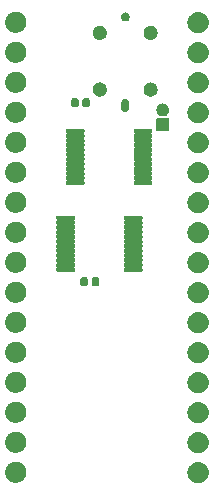
<source format=gbr>
%TF.GenerationSoftware,KiCad,Pcbnew,7.0.5-0*%
%TF.CreationDate,2024-03-10T13:53:24-07:00*%
%TF.ProjectId,PicoROM,5069636f-524f-44d2-9e6b-696361645f70,1.1*%
%TF.SameCoordinates,Original*%
%TF.FileFunction,Soldermask,Bot*%
%TF.FilePolarity,Negative*%
%FSLAX46Y46*%
G04 Gerber Fmt 4.6, Leading zero omitted, Abs format (unit mm)*
G04 Created by KiCad (PCBNEW 7.0.5-0) date 2024-03-10 13:53:24*
%MOMM*%
%LPD*%
G01*
G04 APERTURE LIST*
G04 APERTURE END LIST*
G36*
X-32718087Y18514064D02*
G01*
X-32671820Y18514064D01*
X-32631871Y18505573D01*
X-32590267Y18501475D01*
X-32538002Y18485621D01*
X-32487576Y18474902D01*
X-32455306Y18460535D01*
X-32421288Y18450215D01*
X-32367233Y18421322D01*
X-32315500Y18398289D01*
X-32291449Y18380815D01*
X-32265553Y18366973D01*
X-32212729Y18323622D01*
X-32163113Y18287573D01*
X-32147004Y18269682D01*
X-32129052Y18254949D01*
X-32080812Y18196169D01*
X-32037076Y18147595D01*
X-32027889Y18131681D01*
X-32017028Y18118448D01*
X-31976851Y18043281D01*
X-31942896Y17984470D01*
X-31938991Y17972450D01*
X-31933786Y17962713D01*
X-31905087Y17868104D01*
X-31884689Y17805328D01*
X-31883972Y17798498D01*
X-31882526Y17793734D01*
X-31868463Y17650946D01*
X-31865000Y17618000D01*
X-31868466Y17585028D01*
X-31882526Y17442267D01*
X-31883971Y17437504D01*
X-31884689Y17430672D01*
X-31905091Y17367883D01*
X-31933786Y17273288D01*
X-31938990Y17263553D01*
X-31942896Y17251530D01*
X-31976858Y17192707D01*
X-32017028Y17117553D01*
X-32027887Y17104323D01*
X-32037076Y17088405D01*
X-32080822Y17039822D01*
X-32129052Y16981052D01*
X-32147000Y16966323D01*
X-32163113Y16948427D01*
X-32212740Y16912372D01*
X-32265553Y16869028D01*
X-32291443Y16855190D01*
X-32315500Y16837711D01*
X-32367244Y16814674D01*
X-32421288Y16785786D01*
X-32455299Y16775469D01*
X-32487576Y16761098D01*
X-32538013Y16750378D01*
X-32590267Y16734526D01*
X-32631862Y16730430D01*
X-32671820Y16721936D01*
X-32718097Y16721936D01*
X-32766000Y16717218D01*
X-32813903Y16721936D01*
X-32860180Y16721936D01*
X-32900138Y16730430D01*
X-32941734Y16734526D01*
X-32993991Y16750379D01*
X-33044424Y16761098D01*
X-33076700Y16775468D01*
X-33110713Y16785786D01*
X-33164763Y16814677D01*
X-33216500Y16837711D01*
X-33240555Y16855188D01*
X-33266448Y16869028D01*
X-33319270Y16912378D01*
X-33368887Y16948427D01*
X-33384998Y16966320D01*
X-33402949Y16981052D01*
X-33451191Y17039834D01*
X-33494924Y17088405D01*
X-33504112Y17104319D01*
X-33514973Y17117553D01*
X-33555156Y17192731D01*
X-33589104Y17251530D01*
X-33593009Y17263549D01*
X-33598215Y17273288D01*
X-33626925Y17367929D01*
X-33647311Y17430672D01*
X-33648029Y17437499D01*
X-33649475Y17442267D01*
X-33663551Y17585180D01*
X-33667000Y17618000D01*
X-33663554Y17650794D01*
X-33649475Y17793734D01*
X-33648029Y17798503D01*
X-33647311Y17805328D01*
X-33626929Y17868058D01*
X-33598215Y17962713D01*
X-33593009Y17972455D01*
X-33589104Y17984470D01*
X-33555164Y18043258D01*
X-33514973Y18118448D01*
X-33504110Y18131686D01*
X-33494924Y18147595D01*
X-33451200Y18196157D01*
X-33402949Y18254949D01*
X-33384995Y18269685D01*
X-33368887Y18287573D01*
X-33319280Y18323615D01*
X-33266448Y18366973D01*
X-33240550Y18380817D01*
X-33216500Y18398289D01*
X-33164774Y18421319D01*
X-33110713Y18450215D01*
X-33076693Y18460536D01*
X-33044424Y18474902D01*
X-32994002Y18485620D01*
X-32941734Y18501475D01*
X-32900129Y18505573D01*
X-32860180Y18514064D01*
X-32813914Y18514064D01*
X-32766000Y18518783D01*
X-32718087Y18514064D01*
G37*
G36*
X-48157087Y18545064D02*
G01*
X-48110820Y18545064D01*
X-48070871Y18536573D01*
X-48029267Y18532475D01*
X-47977002Y18516621D01*
X-47926576Y18505902D01*
X-47894306Y18491535D01*
X-47860288Y18481215D01*
X-47806233Y18452322D01*
X-47754500Y18429289D01*
X-47730449Y18411815D01*
X-47704553Y18397973D01*
X-47651729Y18354622D01*
X-47602113Y18318573D01*
X-47586004Y18300682D01*
X-47568052Y18285949D01*
X-47519812Y18227169D01*
X-47476076Y18178595D01*
X-47466889Y18162681D01*
X-47456028Y18149448D01*
X-47415851Y18074281D01*
X-47381896Y18015470D01*
X-47377991Y18003450D01*
X-47372786Y17993713D01*
X-47344087Y17899104D01*
X-47323689Y17836328D01*
X-47322972Y17829498D01*
X-47321526Y17824734D01*
X-47307464Y17681958D01*
X-47304000Y17649000D01*
X-47307465Y17616041D01*
X-47321526Y17473267D01*
X-47322971Y17468504D01*
X-47323689Y17461672D01*
X-47344091Y17398883D01*
X-47372786Y17304288D01*
X-47377990Y17294553D01*
X-47381896Y17282530D01*
X-47415858Y17223707D01*
X-47456028Y17148553D01*
X-47466887Y17135323D01*
X-47476076Y17119405D01*
X-47519822Y17070822D01*
X-47568052Y17012052D01*
X-47586000Y16997323D01*
X-47602113Y16979427D01*
X-47651740Y16943372D01*
X-47704553Y16900028D01*
X-47730443Y16886190D01*
X-47754500Y16868711D01*
X-47806244Y16845674D01*
X-47860288Y16816786D01*
X-47894299Y16806469D01*
X-47926576Y16792098D01*
X-47977013Y16781378D01*
X-48029267Y16765526D01*
X-48070862Y16761430D01*
X-48110820Y16752936D01*
X-48157097Y16752936D01*
X-48205000Y16748218D01*
X-48252903Y16752936D01*
X-48299180Y16752936D01*
X-48339138Y16761430D01*
X-48380734Y16765526D01*
X-48432991Y16781379D01*
X-48483424Y16792098D01*
X-48515700Y16806468D01*
X-48549713Y16816786D01*
X-48603763Y16845677D01*
X-48655500Y16868711D01*
X-48679555Y16886188D01*
X-48705448Y16900028D01*
X-48758270Y16943378D01*
X-48807887Y16979427D01*
X-48823998Y16997320D01*
X-48841949Y17012052D01*
X-48890191Y17070834D01*
X-48933924Y17119405D01*
X-48943112Y17135319D01*
X-48953973Y17148553D01*
X-48994156Y17223731D01*
X-49028104Y17282530D01*
X-49032009Y17294549D01*
X-49037215Y17304288D01*
X-49065925Y17398929D01*
X-49086311Y17461672D01*
X-49087029Y17468499D01*
X-49088475Y17473267D01*
X-49102552Y17616192D01*
X-49106000Y17649000D01*
X-49102552Y17681806D01*
X-49088475Y17824734D01*
X-49087029Y17829503D01*
X-49086311Y17836328D01*
X-49065929Y17899058D01*
X-49037215Y17993713D01*
X-49032009Y18003455D01*
X-49028104Y18015470D01*
X-48994164Y18074258D01*
X-48953973Y18149448D01*
X-48943110Y18162686D01*
X-48933924Y18178595D01*
X-48890200Y18227157D01*
X-48841949Y18285949D01*
X-48823995Y18300685D01*
X-48807887Y18318573D01*
X-48758280Y18354615D01*
X-48705448Y18397973D01*
X-48679550Y18411817D01*
X-48655500Y18429289D01*
X-48603774Y18452319D01*
X-48549713Y18481215D01*
X-48515693Y18491536D01*
X-48483424Y18505902D01*
X-48433002Y18516620D01*
X-48380734Y18532475D01*
X-48339129Y18536573D01*
X-48299180Y18545064D01*
X-48252914Y18545064D01*
X-48205000Y18549783D01*
X-48157087Y18545064D01*
G37*
G36*
X-32718087Y21054064D02*
G01*
X-32671820Y21054064D01*
X-32631871Y21045573D01*
X-32590267Y21041475D01*
X-32538002Y21025621D01*
X-32487576Y21014902D01*
X-32455306Y21000535D01*
X-32421288Y20990215D01*
X-32367233Y20961322D01*
X-32315500Y20938289D01*
X-32291449Y20920815D01*
X-32265553Y20906973D01*
X-32212729Y20863622D01*
X-32163113Y20827573D01*
X-32147004Y20809682D01*
X-32129052Y20794949D01*
X-32080812Y20736169D01*
X-32037076Y20687595D01*
X-32027889Y20671681D01*
X-32017028Y20658448D01*
X-31976851Y20583281D01*
X-31942896Y20524470D01*
X-31938991Y20512450D01*
X-31933786Y20502713D01*
X-31905087Y20408104D01*
X-31884689Y20345328D01*
X-31883972Y20338498D01*
X-31882526Y20333734D01*
X-31868464Y20190958D01*
X-31865000Y20158000D01*
X-31868465Y20125041D01*
X-31882526Y19982267D01*
X-31883971Y19977504D01*
X-31884689Y19970672D01*
X-31905091Y19907883D01*
X-31933786Y19813288D01*
X-31938990Y19803553D01*
X-31942896Y19791530D01*
X-31976858Y19732707D01*
X-32017028Y19657553D01*
X-32027887Y19644323D01*
X-32037076Y19628405D01*
X-32080822Y19579822D01*
X-32129052Y19521052D01*
X-32147000Y19506323D01*
X-32163113Y19488427D01*
X-32212740Y19452372D01*
X-32265553Y19409028D01*
X-32291443Y19395190D01*
X-32315500Y19377711D01*
X-32367244Y19354674D01*
X-32421288Y19325786D01*
X-32455299Y19315469D01*
X-32487576Y19301098D01*
X-32538013Y19290378D01*
X-32590267Y19274526D01*
X-32631862Y19270430D01*
X-32671820Y19261936D01*
X-32718097Y19261936D01*
X-32766000Y19257218D01*
X-32813903Y19261936D01*
X-32860180Y19261936D01*
X-32900138Y19270430D01*
X-32941734Y19274526D01*
X-32993991Y19290379D01*
X-33044424Y19301098D01*
X-33076700Y19315468D01*
X-33110713Y19325786D01*
X-33164763Y19354677D01*
X-33216500Y19377711D01*
X-33240555Y19395188D01*
X-33266448Y19409028D01*
X-33319270Y19452378D01*
X-33368887Y19488427D01*
X-33384998Y19506320D01*
X-33402949Y19521052D01*
X-33451191Y19579834D01*
X-33494924Y19628405D01*
X-33504112Y19644319D01*
X-33514973Y19657553D01*
X-33555156Y19732731D01*
X-33589104Y19791530D01*
X-33593009Y19803549D01*
X-33598215Y19813288D01*
X-33626925Y19907929D01*
X-33647311Y19970672D01*
X-33648029Y19977499D01*
X-33649475Y19982267D01*
X-33663552Y20125192D01*
X-33667000Y20158000D01*
X-33663552Y20190806D01*
X-33649475Y20333734D01*
X-33648029Y20338503D01*
X-33647311Y20345328D01*
X-33626929Y20408058D01*
X-33598215Y20502713D01*
X-33593009Y20512455D01*
X-33589104Y20524470D01*
X-33555164Y20583258D01*
X-33514973Y20658448D01*
X-33504110Y20671686D01*
X-33494924Y20687595D01*
X-33451200Y20736157D01*
X-33402949Y20794949D01*
X-33384995Y20809685D01*
X-33368887Y20827573D01*
X-33319280Y20863615D01*
X-33266448Y20906973D01*
X-33240550Y20920817D01*
X-33216500Y20938289D01*
X-33164774Y20961319D01*
X-33110713Y20990215D01*
X-33076693Y21000536D01*
X-33044424Y21014902D01*
X-32994002Y21025620D01*
X-32941734Y21041475D01*
X-32900129Y21045573D01*
X-32860180Y21054064D01*
X-32813914Y21054064D01*
X-32766000Y21058783D01*
X-32718087Y21054064D01*
G37*
G36*
X-48157087Y21085064D02*
G01*
X-48110820Y21085064D01*
X-48070871Y21076573D01*
X-48029267Y21072475D01*
X-47977002Y21056621D01*
X-47926576Y21045902D01*
X-47894306Y21031535D01*
X-47860288Y21021215D01*
X-47806233Y20992322D01*
X-47754500Y20969289D01*
X-47730449Y20951815D01*
X-47704553Y20937973D01*
X-47651729Y20894622D01*
X-47602113Y20858573D01*
X-47586004Y20840682D01*
X-47568052Y20825949D01*
X-47519812Y20767169D01*
X-47476076Y20718595D01*
X-47466889Y20702681D01*
X-47456028Y20689448D01*
X-47415851Y20614281D01*
X-47381896Y20555470D01*
X-47377991Y20543450D01*
X-47372786Y20533713D01*
X-47344087Y20439104D01*
X-47323689Y20376328D01*
X-47322972Y20369498D01*
X-47321526Y20364734D01*
X-47307463Y20221946D01*
X-47304000Y20189000D01*
X-47307466Y20156028D01*
X-47321526Y20013267D01*
X-47322971Y20008504D01*
X-47323689Y20001672D01*
X-47344091Y19938883D01*
X-47372786Y19844288D01*
X-47377990Y19834553D01*
X-47381896Y19822530D01*
X-47415858Y19763707D01*
X-47456028Y19688553D01*
X-47466887Y19675323D01*
X-47476076Y19659405D01*
X-47519822Y19610822D01*
X-47568052Y19552052D01*
X-47586000Y19537323D01*
X-47602113Y19519427D01*
X-47651740Y19483372D01*
X-47704553Y19440028D01*
X-47730443Y19426190D01*
X-47754500Y19408711D01*
X-47806244Y19385674D01*
X-47860288Y19356786D01*
X-47894299Y19346469D01*
X-47926576Y19332098D01*
X-47977013Y19321378D01*
X-48029267Y19305526D01*
X-48070862Y19301430D01*
X-48110820Y19292936D01*
X-48157098Y19292936D01*
X-48205001Y19288218D01*
X-48252904Y19292936D01*
X-48299180Y19292936D01*
X-48339138Y19301430D01*
X-48380734Y19305526D01*
X-48432991Y19321379D01*
X-48483424Y19332098D01*
X-48515700Y19346468D01*
X-48549713Y19356786D01*
X-48603763Y19385677D01*
X-48655500Y19408711D01*
X-48679555Y19426188D01*
X-48705448Y19440028D01*
X-48758270Y19483378D01*
X-48807887Y19519427D01*
X-48823998Y19537320D01*
X-48841949Y19552052D01*
X-48890191Y19610834D01*
X-48933924Y19659405D01*
X-48943112Y19675319D01*
X-48953973Y19688553D01*
X-48994156Y19763731D01*
X-49028104Y19822530D01*
X-49032009Y19834549D01*
X-49037215Y19844288D01*
X-49065925Y19938929D01*
X-49086311Y20001672D01*
X-49087029Y20008499D01*
X-49088475Y20013267D01*
X-49102551Y20156180D01*
X-49106000Y20189000D01*
X-49102554Y20221794D01*
X-49088475Y20364734D01*
X-49087029Y20369503D01*
X-49086311Y20376328D01*
X-49065929Y20439058D01*
X-49037215Y20533713D01*
X-49032009Y20543455D01*
X-49028104Y20555470D01*
X-48994164Y20614258D01*
X-48953973Y20689448D01*
X-48943110Y20702686D01*
X-48933924Y20718595D01*
X-48890200Y20767157D01*
X-48841949Y20825949D01*
X-48823995Y20840685D01*
X-48807887Y20858573D01*
X-48758280Y20894615D01*
X-48705448Y20937973D01*
X-48679550Y20951817D01*
X-48655500Y20969289D01*
X-48603774Y20992319D01*
X-48549713Y21021215D01*
X-48515693Y21031536D01*
X-48483424Y21045902D01*
X-48433002Y21056620D01*
X-48380734Y21072475D01*
X-48339129Y21076573D01*
X-48299180Y21085064D01*
X-48252914Y21085064D01*
X-48205001Y21089783D01*
X-48157087Y21085064D01*
G37*
G36*
X-32718087Y23594064D02*
G01*
X-32671820Y23594064D01*
X-32631871Y23585573D01*
X-32590267Y23581475D01*
X-32538002Y23565621D01*
X-32487576Y23554902D01*
X-32455306Y23540535D01*
X-32421288Y23530215D01*
X-32367233Y23501322D01*
X-32315500Y23478289D01*
X-32291449Y23460815D01*
X-32265553Y23446973D01*
X-32212729Y23403622D01*
X-32163113Y23367573D01*
X-32147004Y23349682D01*
X-32129052Y23334949D01*
X-32080812Y23276169D01*
X-32037076Y23227595D01*
X-32027889Y23211681D01*
X-32017028Y23198448D01*
X-31976851Y23123281D01*
X-31942896Y23064470D01*
X-31938991Y23052450D01*
X-31933786Y23042713D01*
X-31905087Y22948104D01*
X-31884689Y22885328D01*
X-31883972Y22878498D01*
X-31882526Y22873734D01*
X-31868464Y22730958D01*
X-31865000Y22698000D01*
X-31868465Y22665041D01*
X-31882526Y22522267D01*
X-31883971Y22517504D01*
X-31884689Y22510672D01*
X-31905091Y22447883D01*
X-31933786Y22353288D01*
X-31938990Y22343553D01*
X-31942896Y22331530D01*
X-31976858Y22272707D01*
X-32017028Y22197553D01*
X-32027887Y22184323D01*
X-32037076Y22168405D01*
X-32080822Y22119822D01*
X-32129052Y22061052D01*
X-32147000Y22046323D01*
X-32163113Y22028427D01*
X-32212740Y21992372D01*
X-32265553Y21949028D01*
X-32291443Y21935190D01*
X-32315500Y21917711D01*
X-32367244Y21894674D01*
X-32421288Y21865786D01*
X-32455299Y21855469D01*
X-32487576Y21841098D01*
X-32538013Y21830378D01*
X-32590267Y21814526D01*
X-32631862Y21810430D01*
X-32671820Y21801936D01*
X-32718097Y21801936D01*
X-32766000Y21797218D01*
X-32813903Y21801936D01*
X-32860180Y21801936D01*
X-32900138Y21810430D01*
X-32941734Y21814526D01*
X-32993991Y21830379D01*
X-33044424Y21841098D01*
X-33076700Y21855468D01*
X-33110713Y21865786D01*
X-33164763Y21894677D01*
X-33216500Y21917711D01*
X-33240555Y21935188D01*
X-33266448Y21949028D01*
X-33319270Y21992378D01*
X-33368887Y22028427D01*
X-33384998Y22046320D01*
X-33402949Y22061052D01*
X-33451191Y22119834D01*
X-33494924Y22168405D01*
X-33504112Y22184319D01*
X-33514973Y22197553D01*
X-33555156Y22272731D01*
X-33589104Y22331530D01*
X-33593009Y22343549D01*
X-33598215Y22353288D01*
X-33626925Y22447929D01*
X-33647311Y22510672D01*
X-33648029Y22517499D01*
X-33649475Y22522267D01*
X-33663552Y22665192D01*
X-33667000Y22698000D01*
X-33663552Y22730806D01*
X-33649475Y22873734D01*
X-33648029Y22878503D01*
X-33647311Y22885328D01*
X-33626929Y22948058D01*
X-33598215Y23042713D01*
X-33593009Y23052455D01*
X-33589104Y23064470D01*
X-33555164Y23123258D01*
X-33514973Y23198448D01*
X-33504110Y23211686D01*
X-33494924Y23227595D01*
X-33451200Y23276157D01*
X-33402949Y23334949D01*
X-33384995Y23349685D01*
X-33368887Y23367573D01*
X-33319280Y23403615D01*
X-33266448Y23446973D01*
X-33240550Y23460817D01*
X-33216500Y23478289D01*
X-33164774Y23501319D01*
X-33110713Y23530215D01*
X-33076693Y23540536D01*
X-33044424Y23554902D01*
X-32994002Y23565620D01*
X-32941734Y23581475D01*
X-32900129Y23585573D01*
X-32860180Y23594064D01*
X-32813914Y23594064D01*
X-32766000Y23598783D01*
X-32718087Y23594064D01*
G37*
G36*
X-48157087Y23625064D02*
G01*
X-48110820Y23625064D01*
X-48070871Y23616573D01*
X-48029267Y23612475D01*
X-47977002Y23596621D01*
X-47926576Y23585902D01*
X-47894306Y23571535D01*
X-47860288Y23561215D01*
X-47806233Y23532322D01*
X-47754500Y23509289D01*
X-47730449Y23491815D01*
X-47704553Y23477973D01*
X-47651729Y23434622D01*
X-47602113Y23398573D01*
X-47586004Y23380682D01*
X-47568052Y23365949D01*
X-47519812Y23307169D01*
X-47476076Y23258595D01*
X-47466889Y23242681D01*
X-47456028Y23229448D01*
X-47415851Y23154281D01*
X-47381896Y23095470D01*
X-47377991Y23083450D01*
X-47372786Y23073713D01*
X-47344087Y22979104D01*
X-47323689Y22916328D01*
X-47322972Y22909498D01*
X-47321526Y22904734D01*
X-47307464Y22761958D01*
X-47304000Y22729000D01*
X-47307465Y22696041D01*
X-47321526Y22553267D01*
X-47322971Y22548504D01*
X-47323689Y22541672D01*
X-47344091Y22478883D01*
X-47372786Y22384288D01*
X-47377990Y22374553D01*
X-47381896Y22362530D01*
X-47415858Y22303707D01*
X-47456028Y22228553D01*
X-47466887Y22215323D01*
X-47476076Y22199405D01*
X-47519822Y22150822D01*
X-47568052Y22092052D01*
X-47586000Y22077323D01*
X-47602113Y22059427D01*
X-47651740Y22023372D01*
X-47704553Y21980028D01*
X-47730443Y21966190D01*
X-47754500Y21948711D01*
X-47806244Y21925674D01*
X-47860288Y21896786D01*
X-47894299Y21886469D01*
X-47926576Y21872098D01*
X-47977013Y21861378D01*
X-48029267Y21845526D01*
X-48070862Y21841430D01*
X-48110820Y21832936D01*
X-48157097Y21832936D01*
X-48205000Y21828218D01*
X-48252903Y21832936D01*
X-48299180Y21832936D01*
X-48339138Y21841430D01*
X-48380734Y21845526D01*
X-48432991Y21861379D01*
X-48483424Y21872098D01*
X-48515700Y21886468D01*
X-48549713Y21896786D01*
X-48603763Y21925677D01*
X-48655500Y21948711D01*
X-48679555Y21966188D01*
X-48705448Y21980028D01*
X-48758270Y22023378D01*
X-48807887Y22059427D01*
X-48823998Y22077320D01*
X-48841949Y22092052D01*
X-48890191Y22150834D01*
X-48933924Y22199405D01*
X-48943112Y22215319D01*
X-48953973Y22228553D01*
X-48994156Y22303731D01*
X-49028104Y22362530D01*
X-49032009Y22374549D01*
X-49037215Y22384288D01*
X-49065925Y22478929D01*
X-49086311Y22541672D01*
X-49087029Y22548499D01*
X-49088475Y22553267D01*
X-49102552Y22696192D01*
X-49106000Y22729000D01*
X-49102552Y22761806D01*
X-49088475Y22904734D01*
X-49087029Y22909503D01*
X-49086311Y22916328D01*
X-49065929Y22979058D01*
X-49037215Y23073713D01*
X-49032009Y23083455D01*
X-49028104Y23095470D01*
X-48994164Y23154258D01*
X-48953973Y23229448D01*
X-48943110Y23242686D01*
X-48933924Y23258595D01*
X-48890200Y23307157D01*
X-48841949Y23365949D01*
X-48823995Y23380685D01*
X-48807887Y23398573D01*
X-48758280Y23434615D01*
X-48705448Y23477973D01*
X-48679550Y23491817D01*
X-48655500Y23509289D01*
X-48603774Y23532319D01*
X-48549713Y23561215D01*
X-48515693Y23571536D01*
X-48483424Y23585902D01*
X-48433002Y23596620D01*
X-48380734Y23612475D01*
X-48339129Y23616573D01*
X-48299180Y23625064D01*
X-48252914Y23625064D01*
X-48205000Y23629783D01*
X-48157087Y23625064D01*
G37*
G36*
X-32718087Y26134064D02*
G01*
X-32671820Y26134064D01*
X-32631871Y26125573D01*
X-32590267Y26121475D01*
X-32538002Y26105621D01*
X-32487576Y26094902D01*
X-32455306Y26080535D01*
X-32421288Y26070215D01*
X-32367233Y26041322D01*
X-32315500Y26018289D01*
X-32291449Y26000815D01*
X-32265553Y25986973D01*
X-32212729Y25943622D01*
X-32163113Y25907573D01*
X-32147004Y25889682D01*
X-32129052Y25874949D01*
X-32080812Y25816169D01*
X-32037076Y25767595D01*
X-32027889Y25751681D01*
X-32017028Y25738448D01*
X-31976851Y25663281D01*
X-31942896Y25604470D01*
X-31938991Y25592450D01*
X-31933786Y25582713D01*
X-31905087Y25488104D01*
X-31884689Y25425328D01*
X-31883972Y25418498D01*
X-31882526Y25413734D01*
X-31868463Y25270946D01*
X-31865000Y25238000D01*
X-31868466Y25205028D01*
X-31882526Y25062267D01*
X-31883971Y25057504D01*
X-31884689Y25050672D01*
X-31905091Y24987883D01*
X-31933786Y24893288D01*
X-31938990Y24883553D01*
X-31942896Y24871530D01*
X-31976858Y24812707D01*
X-32017028Y24737553D01*
X-32027887Y24724323D01*
X-32037076Y24708405D01*
X-32080822Y24659822D01*
X-32129052Y24601052D01*
X-32147000Y24586323D01*
X-32163113Y24568427D01*
X-32212740Y24532372D01*
X-32265553Y24489028D01*
X-32291443Y24475190D01*
X-32315500Y24457711D01*
X-32367244Y24434674D01*
X-32421288Y24405786D01*
X-32455299Y24395469D01*
X-32487576Y24381098D01*
X-32538013Y24370378D01*
X-32590267Y24354526D01*
X-32631862Y24350430D01*
X-32671820Y24341936D01*
X-32718097Y24341936D01*
X-32766000Y24337218D01*
X-32813903Y24341936D01*
X-32860180Y24341936D01*
X-32900138Y24350430D01*
X-32941734Y24354526D01*
X-32993991Y24370379D01*
X-33044424Y24381098D01*
X-33076700Y24395468D01*
X-33110713Y24405786D01*
X-33164763Y24434677D01*
X-33216500Y24457711D01*
X-33240555Y24475188D01*
X-33266448Y24489028D01*
X-33319270Y24532378D01*
X-33368887Y24568427D01*
X-33384998Y24586320D01*
X-33402949Y24601052D01*
X-33451191Y24659834D01*
X-33494924Y24708405D01*
X-33504112Y24724319D01*
X-33514973Y24737553D01*
X-33555156Y24812731D01*
X-33589104Y24871530D01*
X-33593009Y24883549D01*
X-33598215Y24893288D01*
X-33626925Y24987929D01*
X-33647311Y25050672D01*
X-33648029Y25057499D01*
X-33649475Y25062267D01*
X-33663552Y25205192D01*
X-33667000Y25238000D01*
X-33663552Y25270806D01*
X-33649475Y25413734D01*
X-33648029Y25418503D01*
X-33647311Y25425328D01*
X-33626929Y25488058D01*
X-33598215Y25582713D01*
X-33593009Y25592455D01*
X-33589104Y25604470D01*
X-33555164Y25663258D01*
X-33514973Y25738448D01*
X-33504110Y25751686D01*
X-33494924Y25767595D01*
X-33451200Y25816157D01*
X-33402949Y25874949D01*
X-33384995Y25889685D01*
X-33368887Y25907573D01*
X-33319280Y25943615D01*
X-33266448Y25986973D01*
X-33240550Y26000817D01*
X-33216500Y26018289D01*
X-33164774Y26041319D01*
X-33110713Y26070215D01*
X-33076693Y26080536D01*
X-33044424Y26094902D01*
X-32994002Y26105620D01*
X-32941734Y26121475D01*
X-32900129Y26125573D01*
X-32860180Y26134064D01*
X-32813914Y26134064D01*
X-32766001Y26138783D01*
X-32718087Y26134064D01*
G37*
G36*
X-48157087Y26165064D02*
G01*
X-48110820Y26165064D01*
X-48070871Y26156573D01*
X-48029267Y26152475D01*
X-47977002Y26136621D01*
X-47926576Y26125902D01*
X-47894306Y26111535D01*
X-47860288Y26101215D01*
X-47806233Y26072322D01*
X-47754500Y26049289D01*
X-47730449Y26031815D01*
X-47704553Y26017973D01*
X-47651729Y25974622D01*
X-47602113Y25938573D01*
X-47586004Y25920682D01*
X-47568052Y25905949D01*
X-47519812Y25847169D01*
X-47476076Y25798595D01*
X-47466889Y25782681D01*
X-47456028Y25769448D01*
X-47415851Y25694281D01*
X-47381896Y25635470D01*
X-47377991Y25623450D01*
X-47372786Y25613713D01*
X-47344087Y25519104D01*
X-47323689Y25456328D01*
X-47322972Y25449498D01*
X-47321526Y25444734D01*
X-47307463Y25301946D01*
X-47304000Y25269000D01*
X-47307466Y25236028D01*
X-47321526Y25093267D01*
X-47322971Y25088504D01*
X-47323689Y25081672D01*
X-47344091Y25018883D01*
X-47372786Y24924288D01*
X-47377990Y24914553D01*
X-47381896Y24902530D01*
X-47415858Y24843707D01*
X-47456028Y24768553D01*
X-47466887Y24755323D01*
X-47476076Y24739405D01*
X-47519822Y24690822D01*
X-47568052Y24632052D01*
X-47586000Y24617323D01*
X-47602113Y24599427D01*
X-47651740Y24563372D01*
X-47704553Y24520028D01*
X-47730443Y24506190D01*
X-47754500Y24488711D01*
X-47806244Y24465674D01*
X-47860288Y24436786D01*
X-47894299Y24426469D01*
X-47926576Y24412098D01*
X-47977013Y24401378D01*
X-48029267Y24385526D01*
X-48070862Y24381430D01*
X-48110820Y24372936D01*
X-48157098Y24372936D01*
X-48205001Y24368218D01*
X-48252904Y24372936D01*
X-48299180Y24372936D01*
X-48339138Y24381430D01*
X-48380734Y24385526D01*
X-48432991Y24401379D01*
X-48483424Y24412098D01*
X-48515700Y24426468D01*
X-48549713Y24436786D01*
X-48603763Y24465677D01*
X-48655500Y24488711D01*
X-48679555Y24506188D01*
X-48705448Y24520028D01*
X-48758270Y24563378D01*
X-48807887Y24599427D01*
X-48823998Y24617320D01*
X-48841949Y24632052D01*
X-48890191Y24690834D01*
X-48933924Y24739405D01*
X-48943112Y24755319D01*
X-48953973Y24768553D01*
X-48994156Y24843731D01*
X-49028104Y24902530D01*
X-49032009Y24914549D01*
X-49037215Y24924288D01*
X-49065925Y25018929D01*
X-49086311Y25081672D01*
X-49087029Y25088499D01*
X-49088475Y25093267D01*
X-49102551Y25236180D01*
X-49106000Y25269000D01*
X-49102554Y25301794D01*
X-49088475Y25444734D01*
X-49087029Y25449503D01*
X-49086311Y25456328D01*
X-49065929Y25519058D01*
X-49037215Y25613713D01*
X-49032009Y25623455D01*
X-49028104Y25635470D01*
X-48994164Y25694258D01*
X-48953973Y25769448D01*
X-48943110Y25782686D01*
X-48933924Y25798595D01*
X-48890200Y25847157D01*
X-48841949Y25905949D01*
X-48823995Y25920685D01*
X-48807887Y25938573D01*
X-48758280Y25974615D01*
X-48705448Y26017973D01*
X-48679550Y26031817D01*
X-48655500Y26049289D01*
X-48603774Y26072319D01*
X-48549713Y26101215D01*
X-48515693Y26111536D01*
X-48483424Y26125902D01*
X-48433002Y26136620D01*
X-48380734Y26152475D01*
X-48339129Y26156573D01*
X-48299180Y26165064D01*
X-48252914Y26165064D01*
X-48205001Y26169783D01*
X-48157087Y26165064D01*
G37*
G36*
X-32718087Y28674064D02*
G01*
X-32671820Y28674064D01*
X-32631871Y28665573D01*
X-32590267Y28661475D01*
X-32538002Y28645621D01*
X-32487576Y28634902D01*
X-32455306Y28620535D01*
X-32421288Y28610215D01*
X-32367233Y28581322D01*
X-32315500Y28558289D01*
X-32291449Y28540815D01*
X-32265553Y28526973D01*
X-32212729Y28483622D01*
X-32163113Y28447573D01*
X-32147004Y28429682D01*
X-32129052Y28414949D01*
X-32080812Y28356169D01*
X-32037076Y28307595D01*
X-32027889Y28291681D01*
X-32017028Y28278448D01*
X-31976851Y28203281D01*
X-31942896Y28144470D01*
X-31938991Y28132450D01*
X-31933786Y28122713D01*
X-31905087Y28028104D01*
X-31884689Y27965328D01*
X-31883972Y27958498D01*
X-31882526Y27953734D01*
X-31868464Y27810958D01*
X-31865000Y27778000D01*
X-31868465Y27745041D01*
X-31882526Y27602267D01*
X-31883971Y27597504D01*
X-31884689Y27590672D01*
X-31905091Y27527883D01*
X-31933786Y27433288D01*
X-31938990Y27423553D01*
X-31942896Y27411530D01*
X-31976858Y27352707D01*
X-32017028Y27277553D01*
X-32027887Y27264323D01*
X-32037076Y27248405D01*
X-32080822Y27199822D01*
X-32129052Y27141052D01*
X-32147000Y27126323D01*
X-32163113Y27108427D01*
X-32212740Y27072372D01*
X-32265553Y27029028D01*
X-32291443Y27015190D01*
X-32315500Y26997711D01*
X-32367244Y26974674D01*
X-32421288Y26945786D01*
X-32455299Y26935469D01*
X-32487576Y26921098D01*
X-32538013Y26910378D01*
X-32590267Y26894526D01*
X-32631862Y26890430D01*
X-32671820Y26881936D01*
X-32718097Y26881936D01*
X-32766000Y26877218D01*
X-32813903Y26881936D01*
X-32860180Y26881936D01*
X-32900138Y26890430D01*
X-32941734Y26894526D01*
X-32993991Y26910379D01*
X-33044424Y26921098D01*
X-33076700Y26935468D01*
X-33110713Y26945786D01*
X-33164763Y26974677D01*
X-33216500Y26997711D01*
X-33240555Y27015188D01*
X-33266448Y27029028D01*
X-33319270Y27072378D01*
X-33368887Y27108427D01*
X-33384998Y27126320D01*
X-33402949Y27141052D01*
X-33451191Y27199834D01*
X-33494924Y27248405D01*
X-33504112Y27264319D01*
X-33514973Y27277553D01*
X-33555156Y27352731D01*
X-33589104Y27411530D01*
X-33593009Y27423549D01*
X-33598215Y27433288D01*
X-33626925Y27527929D01*
X-33647311Y27590672D01*
X-33648029Y27597499D01*
X-33649475Y27602267D01*
X-33663552Y27745192D01*
X-33667000Y27778000D01*
X-33663552Y27810806D01*
X-33649475Y27953734D01*
X-33648029Y27958503D01*
X-33647311Y27965328D01*
X-33626929Y28028058D01*
X-33598215Y28122713D01*
X-33593009Y28132455D01*
X-33589104Y28144470D01*
X-33555164Y28203258D01*
X-33514973Y28278448D01*
X-33504110Y28291686D01*
X-33494924Y28307595D01*
X-33451200Y28356157D01*
X-33402949Y28414949D01*
X-33384995Y28429685D01*
X-33368887Y28447573D01*
X-33319280Y28483615D01*
X-33266448Y28526973D01*
X-33240550Y28540817D01*
X-33216500Y28558289D01*
X-33164774Y28581319D01*
X-33110713Y28610215D01*
X-33076693Y28620536D01*
X-33044424Y28634902D01*
X-32994002Y28645620D01*
X-32941734Y28661475D01*
X-32900129Y28665573D01*
X-32860180Y28674064D01*
X-32813914Y28674064D01*
X-32766000Y28678783D01*
X-32718087Y28674064D01*
G37*
G36*
X-48157087Y28705064D02*
G01*
X-48110820Y28705064D01*
X-48070871Y28696573D01*
X-48029267Y28692475D01*
X-47977002Y28676621D01*
X-47926576Y28665902D01*
X-47894306Y28651535D01*
X-47860288Y28641215D01*
X-47806233Y28612322D01*
X-47754500Y28589289D01*
X-47730449Y28571815D01*
X-47704553Y28557973D01*
X-47651729Y28514622D01*
X-47602113Y28478573D01*
X-47586004Y28460682D01*
X-47568052Y28445949D01*
X-47519812Y28387169D01*
X-47476076Y28338595D01*
X-47466889Y28322681D01*
X-47456028Y28309448D01*
X-47415851Y28234281D01*
X-47381896Y28175470D01*
X-47377991Y28163450D01*
X-47372786Y28153713D01*
X-47344087Y28059104D01*
X-47323689Y27996328D01*
X-47322972Y27989498D01*
X-47321526Y27984734D01*
X-47307464Y27841958D01*
X-47304000Y27809000D01*
X-47307465Y27776041D01*
X-47321526Y27633267D01*
X-47322971Y27628504D01*
X-47323689Y27621672D01*
X-47344091Y27558883D01*
X-47372786Y27464288D01*
X-47377990Y27454553D01*
X-47381896Y27442530D01*
X-47415858Y27383707D01*
X-47456028Y27308553D01*
X-47466887Y27295323D01*
X-47476076Y27279405D01*
X-47519822Y27230822D01*
X-47568052Y27172052D01*
X-47586000Y27157323D01*
X-47602113Y27139427D01*
X-47651740Y27103372D01*
X-47704553Y27060028D01*
X-47730443Y27046190D01*
X-47754500Y27028711D01*
X-47806244Y27005674D01*
X-47860288Y26976786D01*
X-47894299Y26966469D01*
X-47926576Y26952098D01*
X-47977013Y26941378D01*
X-48029267Y26925526D01*
X-48070862Y26921430D01*
X-48110820Y26912936D01*
X-48157097Y26912936D01*
X-48205000Y26908218D01*
X-48252903Y26912936D01*
X-48299180Y26912936D01*
X-48339138Y26921430D01*
X-48380734Y26925526D01*
X-48432991Y26941379D01*
X-48483424Y26952098D01*
X-48515700Y26966468D01*
X-48549713Y26976786D01*
X-48603763Y27005677D01*
X-48655500Y27028711D01*
X-48679555Y27046188D01*
X-48705448Y27060028D01*
X-48758270Y27103378D01*
X-48807887Y27139427D01*
X-48823998Y27157320D01*
X-48841949Y27172052D01*
X-48890191Y27230834D01*
X-48933924Y27279405D01*
X-48943112Y27295319D01*
X-48953973Y27308553D01*
X-48994156Y27383731D01*
X-49028104Y27442530D01*
X-49032009Y27454549D01*
X-49037215Y27464288D01*
X-49065925Y27558929D01*
X-49086311Y27621672D01*
X-49087029Y27628499D01*
X-49088475Y27633267D01*
X-49102552Y27776192D01*
X-49106000Y27809000D01*
X-49102552Y27841806D01*
X-49088475Y27984734D01*
X-49087029Y27989503D01*
X-49086311Y27996328D01*
X-49065929Y28059058D01*
X-49037215Y28153713D01*
X-49032009Y28163455D01*
X-49028104Y28175470D01*
X-48994164Y28234258D01*
X-48953973Y28309448D01*
X-48943110Y28322686D01*
X-48933924Y28338595D01*
X-48890200Y28387157D01*
X-48841949Y28445949D01*
X-48823995Y28460685D01*
X-48807887Y28478573D01*
X-48758280Y28514615D01*
X-48705448Y28557973D01*
X-48679550Y28571817D01*
X-48655500Y28589289D01*
X-48603774Y28612319D01*
X-48549713Y28641215D01*
X-48515693Y28651536D01*
X-48483424Y28665902D01*
X-48433002Y28676620D01*
X-48380734Y28692475D01*
X-48339129Y28696573D01*
X-48299180Y28705064D01*
X-48252914Y28705064D01*
X-48205000Y28709783D01*
X-48157087Y28705064D01*
G37*
G36*
X-32718087Y31214064D02*
G01*
X-32671820Y31214064D01*
X-32631871Y31205573D01*
X-32590267Y31201475D01*
X-32538002Y31185621D01*
X-32487576Y31174902D01*
X-32455306Y31160535D01*
X-32421288Y31150215D01*
X-32367233Y31121322D01*
X-32315500Y31098289D01*
X-32291449Y31080815D01*
X-32265553Y31066973D01*
X-32212729Y31023622D01*
X-32163113Y30987573D01*
X-32147004Y30969682D01*
X-32129052Y30954949D01*
X-32080812Y30896169D01*
X-32037076Y30847595D01*
X-32027889Y30831681D01*
X-32017028Y30818448D01*
X-31976851Y30743281D01*
X-31942896Y30684470D01*
X-31938991Y30672450D01*
X-31933786Y30662713D01*
X-31905087Y30568104D01*
X-31884689Y30505328D01*
X-31883972Y30498498D01*
X-31882526Y30493734D01*
X-31868464Y30350958D01*
X-31865000Y30318000D01*
X-31868465Y30285041D01*
X-31882526Y30142267D01*
X-31883971Y30137504D01*
X-31884689Y30130672D01*
X-31905091Y30067883D01*
X-31933786Y29973288D01*
X-31938990Y29963553D01*
X-31942896Y29951530D01*
X-31976858Y29892707D01*
X-32017028Y29817553D01*
X-32027887Y29804323D01*
X-32037076Y29788405D01*
X-32080822Y29739822D01*
X-32129052Y29681052D01*
X-32147000Y29666323D01*
X-32163113Y29648427D01*
X-32212740Y29612372D01*
X-32265553Y29569028D01*
X-32291443Y29555190D01*
X-32315500Y29537711D01*
X-32367244Y29514674D01*
X-32421288Y29485786D01*
X-32455299Y29475469D01*
X-32487576Y29461098D01*
X-32538013Y29450378D01*
X-32590267Y29434526D01*
X-32631862Y29430430D01*
X-32671820Y29421936D01*
X-32718098Y29421936D01*
X-32766001Y29417218D01*
X-32813904Y29421936D01*
X-32860180Y29421936D01*
X-32900138Y29430430D01*
X-32941734Y29434526D01*
X-32993991Y29450379D01*
X-33044424Y29461098D01*
X-33076700Y29475468D01*
X-33110713Y29485786D01*
X-33164763Y29514677D01*
X-33216500Y29537711D01*
X-33240555Y29555188D01*
X-33266448Y29569028D01*
X-33319270Y29612378D01*
X-33368887Y29648427D01*
X-33384998Y29666320D01*
X-33402949Y29681052D01*
X-33451191Y29739834D01*
X-33494924Y29788405D01*
X-33504112Y29804319D01*
X-33514973Y29817553D01*
X-33555156Y29892731D01*
X-33589104Y29951530D01*
X-33593009Y29963549D01*
X-33598215Y29973288D01*
X-33626925Y30067929D01*
X-33647311Y30130672D01*
X-33648029Y30137499D01*
X-33649475Y30142267D01*
X-33663552Y30285192D01*
X-33667000Y30318000D01*
X-33663552Y30350806D01*
X-33649475Y30493734D01*
X-33648029Y30498503D01*
X-33647311Y30505328D01*
X-33626929Y30568058D01*
X-33598215Y30662713D01*
X-33593009Y30672455D01*
X-33589104Y30684470D01*
X-33555164Y30743258D01*
X-33514973Y30818448D01*
X-33504110Y30831686D01*
X-33494924Y30847595D01*
X-33451200Y30896157D01*
X-33402949Y30954949D01*
X-33384995Y30969685D01*
X-33368887Y30987573D01*
X-33319280Y31023615D01*
X-33266448Y31066973D01*
X-33240550Y31080817D01*
X-33216500Y31098289D01*
X-33164774Y31121319D01*
X-33110713Y31150215D01*
X-33076693Y31160536D01*
X-33044424Y31174902D01*
X-32994002Y31185620D01*
X-32941734Y31201475D01*
X-32900129Y31205573D01*
X-32860180Y31214064D01*
X-32813914Y31214064D01*
X-32766001Y31218783D01*
X-32718087Y31214064D01*
G37*
G36*
X-48157087Y31245064D02*
G01*
X-48110820Y31245064D01*
X-48070871Y31236573D01*
X-48029267Y31232475D01*
X-47977002Y31216621D01*
X-47926576Y31205902D01*
X-47894306Y31191535D01*
X-47860288Y31181215D01*
X-47806233Y31152322D01*
X-47754500Y31129289D01*
X-47730449Y31111815D01*
X-47704553Y31097973D01*
X-47651729Y31054622D01*
X-47602113Y31018573D01*
X-47586004Y31000682D01*
X-47568052Y30985949D01*
X-47519812Y30927169D01*
X-47476076Y30878595D01*
X-47466889Y30862681D01*
X-47456028Y30849448D01*
X-47415851Y30774281D01*
X-47381896Y30715470D01*
X-47377991Y30703450D01*
X-47372786Y30693713D01*
X-47344087Y30599104D01*
X-47323689Y30536328D01*
X-47322972Y30529498D01*
X-47321526Y30524734D01*
X-47307464Y30381958D01*
X-47304000Y30349000D01*
X-47307465Y30316041D01*
X-47321526Y30173267D01*
X-47322971Y30168504D01*
X-47323689Y30161672D01*
X-47344091Y30098883D01*
X-47372786Y30004288D01*
X-47377990Y29994553D01*
X-47381896Y29982530D01*
X-47415858Y29923707D01*
X-47456028Y29848553D01*
X-47466887Y29835323D01*
X-47476076Y29819405D01*
X-47519822Y29770822D01*
X-47568052Y29712052D01*
X-47586000Y29697323D01*
X-47602113Y29679427D01*
X-47651740Y29643372D01*
X-47704553Y29600028D01*
X-47730443Y29586190D01*
X-47754500Y29568711D01*
X-47806244Y29545674D01*
X-47860288Y29516786D01*
X-47894299Y29506469D01*
X-47926576Y29492098D01*
X-47977013Y29481378D01*
X-48029267Y29465526D01*
X-48070862Y29461430D01*
X-48110820Y29452936D01*
X-48157098Y29452936D01*
X-48205001Y29448218D01*
X-48252904Y29452936D01*
X-48299180Y29452936D01*
X-48339138Y29461430D01*
X-48380734Y29465526D01*
X-48432991Y29481379D01*
X-48483424Y29492098D01*
X-48515700Y29506468D01*
X-48549713Y29516786D01*
X-48603763Y29545677D01*
X-48655500Y29568711D01*
X-48679555Y29586188D01*
X-48705448Y29600028D01*
X-48758270Y29643378D01*
X-48807887Y29679427D01*
X-48823998Y29697320D01*
X-48841949Y29712052D01*
X-48890191Y29770834D01*
X-48933924Y29819405D01*
X-48943112Y29835319D01*
X-48953973Y29848553D01*
X-48994156Y29923731D01*
X-49028104Y29982530D01*
X-49032009Y29994549D01*
X-49037215Y30004288D01*
X-49065925Y30098929D01*
X-49086311Y30161672D01*
X-49087029Y30168499D01*
X-49088475Y30173267D01*
X-49102552Y30316192D01*
X-49106000Y30349000D01*
X-49102552Y30381806D01*
X-49088475Y30524734D01*
X-49087029Y30529503D01*
X-49086311Y30536328D01*
X-49065929Y30599058D01*
X-49037215Y30693713D01*
X-49032009Y30703455D01*
X-49028104Y30715470D01*
X-48994164Y30774258D01*
X-48953973Y30849448D01*
X-48943110Y30862686D01*
X-48933924Y30878595D01*
X-48890200Y30927157D01*
X-48841949Y30985949D01*
X-48823995Y31000685D01*
X-48807887Y31018573D01*
X-48758280Y31054615D01*
X-48705448Y31097973D01*
X-48679550Y31111817D01*
X-48655500Y31129289D01*
X-48603774Y31152319D01*
X-48549713Y31181215D01*
X-48515693Y31191536D01*
X-48483424Y31205902D01*
X-48433002Y31216620D01*
X-48380734Y31232475D01*
X-48339129Y31236573D01*
X-48299180Y31245064D01*
X-48252914Y31245064D01*
X-48205001Y31249783D01*
X-48157087Y31245064D01*
G37*
G36*
X-32718087Y33754064D02*
G01*
X-32671820Y33754064D01*
X-32631871Y33745573D01*
X-32590267Y33741475D01*
X-32538002Y33725621D01*
X-32487576Y33714902D01*
X-32455306Y33700535D01*
X-32421288Y33690215D01*
X-32367233Y33661322D01*
X-32315500Y33638289D01*
X-32291449Y33620815D01*
X-32265553Y33606973D01*
X-32212729Y33563622D01*
X-32163113Y33527573D01*
X-32147004Y33509682D01*
X-32129052Y33494949D01*
X-32080812Y33436169D01*
X-32037076Y33387595D01*
X-32027889Y33371681D01*
X-32017028Y33358448D01*
X-31976851Y33283281D01*
X-31942896Y33224470D01*
X-31938991Y33212450D01*
X-31933786Y33202713D01*
X-31905087Y33108104D01*
X-31884689Y33045328D01*
X-31883972Y33038498D01*
X-31882526Y33033734D01*
X-31868464Y32890958D01*
X-31865000Y32858000D01*
X-31868465Y32825041D01*
X-31882526Y32682267D01*
X-31883971Y32677504D01*
X-31884689Y32670672D01*
X-31905091Y32607883D01*
X-31933786Y32513288D01*
X-31938990Y32503553D01*
X-31942896Y32491530D01*
X-31976858Y32432707D01*
X-32017028Y32357553D01*
X-32027887Y32344323D01*
X-32037076Y32328405D01*
X-32080822Y32279822D01*
X-32129052Y32221052D01*
X-32147000Y32206323D01*
X-32163113Y32188427D01*
X-32212740Y32152372D01*
X-32265553Y32109028D01*
X-32291443Y32095190D01*
X-32315500Y32077711D01*
X-32367244Y32054674D01*
X-32421288Y32025786D01*
X-32455299Y32015469D01*
X-32487576Y32001098D01*
X-32538013Y31990378D01*
X-32590267Y31974526D01*
X-32631862Y31970430D01*
X-32671820Y31961936D01*
X-32718097Y31961936D01*
X-32766000Y31957218D01*
X-32813903Y31961936D01*
X-32860180Y31961936D01*
X-32900138Y31970430D01*
X-32941734Y31974526D01*
X-32993991Y31990379D01*
X-33044424Y32001098D01*
X-33076700Y32015468D01*
X-33110713Y32025786D01*
X-33164763Y32054677D01*
X-33216500Y32077711D01*
X-33240555Y32095188D01*
X-33266448Y32109028D01*
X-33319270Y32152378D01*
X-33368887Y32188427D01*
X-33384998Y32206320D01*
X-33402949Y32221052D01*
X-33451191Y32279834D01*
X-33494924Y32328405D01*
X-33504112Y32344319D01*
X-33514973Y32357553D01*
X-33555156Y32432731D01*
X-33589104Y32491530D01*
X-33593009Y32503549D01*
X-33598215Y32513288D01*
X-33626925Y32607929D01*
X-33647311Y32670672D01*
X-33648029Y32677499D01*
X-33649475Y32682267D01*
X-33663552Y32825192D01*
X-33667000Y32858000D01*
X-33663552Y32890806D01*
X-33649475Y33033734D01*
X-33648029Y33038503D01*
X-33647311Y33045328D01*
X-33626929Y33108058D01*
X-33598215Y33202713D01*
X-33593009Y33212455D01*
X-33589104Y33224470D01*
X-33555164Y33283258D01*
X-33514973Y33358448D01*
X-33504110Y33371686D01*
X-33494924Y33387595D01*
X-33451200Y33436157D01*
X-33402949Y33494949D01*
X-33384995Y33509685D01*
X-33368887Y33527573D01*
X-33319280Y33563615D01*
X-33266448Y33606973D01*
X-33240550Y33620817D01*
X-33216500Y33638289D01*
X-33164774Y33661319D01*
X-33110713Y33690215D01*
X-33076693Y33700536D01*
X-33044424Y33714902D01*
X-32994002Y33725620D01*
X-32941734Y33741475D01*
X-32900129Y33745573D01*
X-32860180Y33754064D01*
X-32813914Y33754064D01*
X-32766000Y33758783D01*
X-32718087Y33754064D01*
G37*
G36*
X-48157087Y33785064D02*
G01*
X-48110820Y33785064D01*
X-48070871Y33776573D01*
X-48029267Y33772475D01*
X-47977002Y33756621D01*
X-47926576Y33745902D01*
X-47894306Y33731535D01*
X-47860288Y33721215D01*
X-47806233Y33692322D01*
X-47754500Y33669289D01*
X-47730449Y33651815D01*
X-47704553Y33637973D01*
X-47651729Y33594622D01*
X-47602113Y33558573D01*
X-47586004Y33540682D01*
X-47568052Y33525949D01*
X-47519812Y33467169D01*
X-47476076Y33418595D01*
X-47466889Y33402681D01*
X-47456028Y33389448D01*
X-47415851Y33314281D01*
X-47381896Y33255470D01*
X-47377991Y33243450D01*
X-47372786Y33233713D01*
X-47344087Y33139104D01*
X-47323689Y33076328D01*
X-47322972Y33069498D01*
X-47321526Y33064734D01*
X-47307463Y32921946D01*
X-47304000Y32889000D01*
X-47307466Y32856028D01*
X-47321526Y32713267D01*
X-47322971Y32708504D01*
X-47323689Y32701672D01*
X-47344091Y32638883D01*
X-47372786Y32544288D01*
X-47377990Y32534553D01*
X-47381896Y32522530D01*
X-47415858Y32463707D01*
X-47456028Y32388553D01*
X-47466887Y32375323D01*
X-47476076Y32359405D01*
X-47519822Y32310822D01*
X-47568052Y32252052D01*
X-47586000Y32237323D01*
X-47602113Y32219427D01*
X-47651740Y32183372D01*
X-47704553Y32140028D01*
X-47730443Y32126190D01*
X-47754500Y32108711D01*
X-47806244Y32085674D01*
X-47860288Y32056786D01*
X-47894299Y32046469D01*
X-47926576Y32032098D01*
X-47977013Y32021378D01*
X-48029267Y32005526D01*
X-48070862Y32001430D01*
X-48110820Y31992936D01*
X-48157097Y31992936D01*
X-48205000Y31988218D01*
X-48252903Y31992936D01*
X-48299180Y31992936D01*
X-48339138Y32001430D01*
X-48380734Y32005526D01*
X-48432991Y32021379D01*
X-48483424Y32032098D01*
X-48515700Y32046468D01*
X-48549713Y32056786D01*
X-48603763Y32085677D01*
X-48655500Y32108711D01*
X-48679555Y32126188D01*
X-48705448Y32140028D01*
X-48758270Y32183378D01*
X-48807887Y32219427D01*
X-48823998Y32237320D01*
X-48841949Y32252052D01*
X-48890191Y32310834D01*
X-48933924Y32359405D01*
X-48943112Y32375319D01*
X-48953973Y32388553D01*
X-48994156Y32463731D01*
X-49028104Y32522530D01*
X-49032009Y32534549D01*
X-49037215Y32544288D01*
X-49065925Y32638929D01*
X-49086311Y32701672D01*
X-49087029Y32708499D01*
X-49088475Y32713267D01*
X-49102551Y32856180D01*
X-49106000Y32889000D01*
X-49102554Y32921794D01*
X-49088475Y33064734D01*
X-49087029Y33069503D01*
X-49086311Y33076328D01*
X-49065929Y33139058D01*
X-49037215Y33233713D01*
X-49032009Y33243455D01*
X-49028104Y33255470D01*
X-48994164Y33314258D01*
X-48953973Y33389448D01*
X-48943110Y33402686D01*
X-48933924Y33418595D01*
X-48890200Y33467157D01*
X-48841949Y33525949D01*
X-48823995Y33540685D01*
X-48807887Y33558573D01*
X-48758280Y33594615D01*
X-48705448Y33637973D01*
X-48679550Y33651817D01*
X-48655500Y33669289D01*
X-48603774Y33692319D01*
X-48549713Y33721215D01*
X-48515693Y33731536D01*
X-48483424Y33745902D01*
X-48433002Y33756620D01*
X-48380734Y33772475D01*
X-48339129Y33776573D01*
X-48299180Y33785064D01*
X-48252914Y33785064D01*
X-48205000Y33789783D01*
X-48157087Y33785064D01*
G37*
G36*
X-42201907Y34146461D02*
G01*
X-42139943Y34105057D01*
X-42098539Y34043093D01*
X-42084000Y33970000D01*
X-42084000Y33630000D01*
X-42098539Y33556907D01*
X-42139943Y33494943D01*
X-42201907Y33453539D01*
X-42275000Y33439000D01*
X-42555000Y33439000D01*
X-42628093Y33453539D01*
X-42690057Y33494943D01*
X-42731461Y33556907D01*
X-42746000Y33630000D01*
X-42746000Y33970000D01*
X-42731461Y34043093D01*
X-42690057Y34105057D01*
X-42628093Y34146461D01*
X-42555000Y34161000D01*
X-42275000Y34161000D01*
X-42201907Y34146461D01*
G37*
G36*
X-41241907Y34146461D02*
G01*
X-41179943Y34105057D01*
X-41138539Y34043093D01*
X-41124000Y33970000D01*
X-41124000Y33630000D01*
X-41138539Y33556907D01*
X-41179943Y33494943D01*
X-41241907Y33453539D01*
X-41315000Y33439000D01*
X-41595000Y33439000D01*
X-41668093Y33453539D01*
X-41730057Y33494943D01*
X-41771461Y33556907D01*
X-41786000Y33630000D01*
X-41786000Y33970000D01*
X-41771461Y34043093D01*
X-41730057Y34105057D01*
X-41668093Y34146461D01*
X-41595000Y34161000D01*
X-41315000Y34161000D01*
X-41241907Y34146461D01*
G37*
G36*
X-32718087Y36294064D02*
G01*
X-32671820Y36294064D01*
X-32631871Y36285573D01*
X-32590267Y36281475D01*
X-32538002Y36265621D01*
X-32487576Y36254902D01*
X-32455306Y36240535D01*
X-32421288Y36230215D01*
X-32367233Y36201322D01*
X-32315500Y36178289D01*
X-32291449Y36160815D01*
X-32265553Y36146973D01*
X-32212729Y36103622D01*
X-32163113Y36067573D01*
X-32147004Y36049682D01*
X-32129052Y36034949D01*
X-32080812Y35976169D01*
X-32037076Y35927595D01*
X-32027889Y35911681D01*
X-32017028Y35898448D01*
X-31976851Y35823281D01*
X-31942896Y35764470D01*
X-31938991Y35752450D01*
X-31933786Y35742713D01*
X-31905087Y35648104D01*
X-31884689Y35585328D01*
X-31883972Y35578498D01*
X-31882526Y35573734D01*
X-31868463Y35430946D01*
X-31865000Y35398000D01*
X-31868466Y35365028D01*
X-31882526Y35222267D01*
X-31883971Y35217504D01*
X-31884689Y35210672D01*
X-31905091Y35147883D01*
X-31933786Y35053288D01*
X-31938990Y35043553D01*
X-31942896Y35031530D01*
X-31976858Y34972707D01*
X-32017028Y34897553D01*
X-32027887Y34884323D01*
X-32037076Y34868405D01*
X-32080822Y34819822D01*
X-32129052Y34761052D01*
X-32147000Y34746323D01*
X-32163113Y34728427D01*
X-32212740Y34692372D01*
X-32265553Y34649028D01*
X-32291443Y34635190D01*
X-32315500Y34617711D01*
X-32367244Y34594674D01*
X-32421288Y34565786D01*
X-32455299Y34555469D01*
X-32487576Y34541098D01*
X-32538013Y34530378D01*
X-32590267Y34514526D01*
X-32631862Y34510430D01*
X-32671820Y34501936D01*
X-32718098Y34501936D01*
X-32766001Y34497218D01*
X-32813904Y34501936D01*
X-32860180Y34501936D01*
X-32900138Y34510430D01*
X-32941734Y34514526D01*
X-32993991Y34530379D01*
X-33044424Y34541098D01*
X-33076700Y34555468D01*
X-33110713Y34565786D01*
X-33164763Y34594677D01*
X-33216500Y34617711D01*
X-33240555Y34635188D01*
X-33266448Y34649028D01*
X-33319270Y34692378D01*
X-33368887Y34728427D01*
X-33384998Y34746320D01*
X-33402949Y34761052D01*
X-33451191Y34819834D01*
X-33494924Y34868405D01*
X-33504112Y34884319D01*
X-33514973Y34897553D01*
X-33555156Y34972731D01*
X-33589104Y35031530D01*
X-33593009Y35043549D01*
X-33598215Y35053288D01*
X-33626925Y35147929D01*
X-33647311Y35210672D01*
X-33648029Y35217499D01*
X-33649475Y35222267D01*
X-33663551Y35365180D01*
X-33667000Y35398000D01*
X-33663554Y35430794D01*
X-33649475Y35573734D01*
X-33648029Y35578503D01*
X-33647311Y35585328D01*
X-33626929Y35648058D01*
X-33598215Y35742713D01*
X-33593009Y35752455D01*
X-33589104Y35764470D01*
X-33555164Y35823258D01*
X-33514973Y35898448D01*
X-33504110Y35911686D01*
X-33494924Y35927595D01*
X-33451200Y35976157D01*
X-33402949Y36034949D01*
X-33384995Y36049685D01*
X-33368887Y36067573D01*
X-33319280Y36103615D01*
X-33266448Y36146973D01*
X-33240550Y36160817D01*
X-33216500Y36178289D01*
X-33164774Y36201319D01*
X-33110713Y36230215D01*
X-33076693Y36240536D01*
X-33044424Y36254902D01*
X-32994002Y36265620D01*
X-32941734Y36281475D01*
X-32900129Y36285573D01*
X-32860180Y36294064D01*
X-32813914Y36294064D01*
X-32766000Y36298783D01*
X-32718087Y36294064D01*
G37*
G36*
X-48157087Y36325064D02*
G01*
X-48110820Y36325064D01*
X-48070871Y36316573D01*
X-48029267Y36312475D01*
X-47977002Y36296621D01*
X-47926576Y36285902D01*
X-47894306Y36271535D01*
X-47860288Y36261215D01*
X-47806233Y36232322D01*
X-47754500Y36209289D01*
X-47730449Y36191815D01*
X-47704553Y36177973D01*
X-47651729Y36134622D01*
X-47602113Y36098573D01*
X-47586004Y36080682D01*
X-47568052Y36065949D01*
X-47519812Y36007169D01*
X-47476076Y35958595D01*
X-47466889Y35942681D01*
X-47456028Y35929448D01*
X-47415851Y35854281D01*
X-47381896Y35795470D01*
X-47377991Y35783450D01*
X-47372786Y35773713D01*
X-47344087Y35679104D01*
X-47323689Y35616328D01*
X-47322972Y35609498D01*
X-47321526Y35604734D01*
X-47307464Y35461958D01*
X-47304000Y35429000D01*
X-47307465Y35396041D01*
X-47321526Y35253267D01*
X-47322971Y35248504D01*
X-47323689Y35241672D01*
X-47344091Y35178883D01*
X-47372786Y35084288D01*
X-47377990Y35074553D01*
X-47381896Y35062530D01*
X-47415858Y35003707D01*
X-47456028Y34928553D01*
X-47466887Y34915323D01*
X-47476076Y34899405D01*
X-47519822Y34850822D01*
X-47568052Y34792052D01*
X-47586000Y34777323D01*
X-47602113Y34759427D01*
X-47651740Y34723372D01*
X-47704553Y34680028D01*
X-47730443Y34666190D01*
X-47754500Y34648711D01*
X-47806244Y34625674D01*
X-47860288Y34596786D01*
X-47894299Y34586469D01*
X-47926576Y34572098D01*
X-47977013Y34561378D01*
X-48029267Y34545526D01*
X-48070862Y34541430D01*
X-48110820Y34532936D01*
X-48157097Y34532936D01*
X-48205000Y34528218D01*
X-48252903Y34532936D01*
X-48299180Y34532936D01*
X-48339138Y34541430D01*
X-48380734Y34545526D01*
X-48432991Y34561379D01*
X-48483424Y34572098D01*
X-48515700Y34586468D01*
X-48549713Y34596786D01*
X-48603763Y34625677D01*
X-48655500Y34648711D01*
X-48679555Y34666188D01*
X-48705448Y34680028D01*
X-48758270Y34723378D01*
X-48807887Y34759427D01*
X-48823998Y34777320D01*
X-48841949Y34792052D01*
X-48890191Y34850834D01*
X-48933924Y34899405D01*
X-48943112Y34915319D01*
X-48953973Y34928553D01*
X-48994156Y35003731D01*
X-49028104Y35062530D01*
X-49032009Y35074549D01*
X-49037215Y35084288D01*
X-49065925Y35178929D01*
X-49086311Y35241672D01*
X-49087029Y35248499D01*
X-49088475Y35253267D01*
X-49102552Y35396192D01*
X-49106000Y35429000D01*
X-49102552Y35461806D01*
X-49088475Y35604734D01*
X-49087029Y35609503D01*
X-49086311Y35616328D01*
X-49065929Y35679058D01*
X-49037215Y35773713D01*
X-49032009Y35783455D01*
X-49028104Y35795470D01*
X-48994164Y35854258D01*
X-48953973Y35929448D01*
X-48943110Y35942686D01*
X-48933924Y35958595D01*
X-48890200Y36007157D01*
X-48841949Y36065949D01*
X-48823995Y36080685D01*
X-48807887Y36098573D01*
X-48758280Y36134615D01*
X-48705448Y36177973D01*
X-48679550Y36191817D01*
X-48655500Y36209289D01*
X-48603774Y36232319D01*
X-48549713Y36261215D01*
X-48515693Y36271536D01*
X-48483424Y36285902D01*
X-48433002Y36296620D01*
X-48380734Y36312475D01*
X-48339129Y36316573D01*
X-48299180Y36325064D01*
X-48252914Y36325064D01*
X-48205000Y36329783D01*
X-48157087Y36325064D01*
G37*
G36*
X-43261565Y39367360D02*
G01*
X-43224743Y39342757D01*
X-43200140Y39305935D01*
X-43191500Y39262500D01*
X-43191500Y39137500D01*
X-43200140Y39094065D01*
X-43224743Y39057243D01*
X-43261565Y39032640D01*
X-43263784Y39032199D01*
X-43275974Y39024053D01*
X-43275974Y38975947D01*
X-43263783Y38967802D01*
X-43261565Y38967360D01*
X-43224743Y38942757D01*
X-43200140Y38905935D01*
X-43191500Y38862500D01*
X-43191500Y38737500D01*
X-43200140Y38694065D01*
X-43224743Y38657243D01*
X-43261565Y38632640D01*
X-43263784Y38632199D01*
X-43275974Y38624053D01*
X-43275974Y38575947D01*
X-43263783Y38567802D01*
X-43261565Y38567360D01*
X-43224743Y38542757D01*
X-43200140Y38505935D01*
X-43191500Y38462500D01*
X-43191500Y38337500D01*
X-43200140Y38294065D01*
X-43224743Y38257243D01*
X-43261565Y38232640D01*
X-43263784Y38232199D01*
X-43275974Y38224053D01*
X-43275974Y38175947D01*
X-43263783Y38167802D01*
X-43261565Y38167360D01*
X-43224743Y38142757D01*
X-43200140Y38105935D01*
X-43191500Y38062500D01*
X-43191500Y37937500D01*
X-43200140Y37894065D01*
X-43224743Y37857243D01*
X-43261565Y37832640D01*
X-43263784Y37832199D01*
X-43275974Y37824053D01*
X-43275974Y37775947D01*
X-43263783Y37767802D01*
X-43261565Y37767360D01*
X-43224743Y37742757D01*
X-43200140Y37705935D01*
X-43191500Y37662500D01*
X-43191500Y37537500D01*
X-43200140Y37494065D01*
X-43224743Y37457243D01*
X-43261565Y37432640D01*
X-43263784Y37432199D01*
X-43275974Y37424053D01*
X-43275974Y37375947D01*
X-43263783Y37367802D01*
X-43261565Y37367360D01*
X-43224743Y37342757D01*
X-43200140Y37305935D01*
X-43191500Y37262500D01*
X-43191500Y37137500D01*
X-43200140Y37094065D01*
X-43224743Y37057243D01*
X-43261565Y37032640D01*
X-43263784Y37032199D01*
X-43275974Y37024053D01*
X-43275974Y36975947D01*
X-43263783Y36967802D01*
X-43261565Y36967360D01*
X-43224743Y36942757D01*
X-43200140Y36905935D01*
X-43191500Y36862500D01*
X-43191500Y36737500D01*
X-43200140Y36694065D01*
X-43224743Y36657243D01*
X-43261565Y36632640D01*
X-43263784Y36632199D01*
X-43275974Y36624053D01*
X-43275974Y36575947D01*
X-43263783Y36567802D01*
X-43261565Y36567360D01*
X-43224743Y36542757D01*
X-43200140Y36505935D01*
X-43191500Y36462500D01*
X-43191500Y36337500D01*
X-43200140Y36294065D01*
X-43224743Y36257243D01*
X-43261565Y36232640D01*
X-43263784Y36232199D01*
X-43275974Y36224053D01*
X-43275974Y36175947D01*
X-43263783Y36167802D01*
X-43261565Y36167360D01*
X-43224743Y36142757D01*
X-43200140Y36105935D01*
X-43191500Y36062500D01*
X-43191500Y35937500D01*
X-43200140Y35894065D01*
X-43224743Y35857243D01*
X-43261565Y35832640D01*
X-43263784Y35832199D01*
X-43275974Y35824053D01*
X-43275974Y35775947D01*
X-43263783Y35767802D01*
X-43261565Y35767360D01*
X-43224743Y35742757D01*
X-43200140Y35705935D01*
X-43191500Y35662500D01*
X-43191500Y35537500D01*
X-43200140Y35494065D01*
X-43224743Y35457243D01*
X-43261565Y35432640D01*
X-43263784Y35432199D01*
X-43275974Y35424053D01*
X-43275974Y35375947D01*
X-43263783Y35367802D01*
X-43261565Y35367360D01*
X-43224743Y35342757D01*
X-43200140Y35305935D01*
X-43191500Y35262500D01*
X-43191500Y35137500D01*
X-43200140Y35094065D01*
X-43224743Y35057243D01*
X-43261565Y35032640D01*
X-43263784Y35032199D01*
X-43275974Y35024053D01*
X-43275974Y34975947D01*
X-43263783Y34967802D01*
X-43261565Y34967360D01*
X-43224743Y34942757D01*
X-43200140Y34905935D01*
X-43191500Y34862500D01*
X-43191500Y34737500D01*
X-43200140Y34694065D01*
X-43224743Y34657243D01*
X-43261565Y34632640D01*
X-43305000Y34624000D01*
X-44655000Y34624000D01*
X-44698435Y34632640D01*
X-44735257Y34657243D01*
X-44759860Y34694065D01*
X-44768500Y34737500D01*
X-44768500Y34862500D01*
X-44759860Y34905935D01*
X-44735257Y34942757D01*
X-44698435Y34967360D01*
X-44696220Y34967801D01*
X-44684027Y34975947D01*
X-44684027Y35024053D01*
X-44696219Y35032200D01*
X-44698435Y35032640D01*
X-44735257Y35057243D01*
X-44759860Y35094065D01*
X-44768500Y35137500D01*
X-44768500Y35262500D01*
X-44759860Y35305935D01*
X-44735257Y35342757D01*
X-44698435Y35367360D01*
X-44696220Y35367801D01*
X-44684027Y35375947D01*
X-44684027Y35424053D01*
X-44696219Y35432200D01*
X-44698435Y35432640D01*
X-44735257Y35457243D01*
X-44759860Y35494065D01*
X-44768500Y35537500D01*
X-44768500Y35662500D01*
X-44759860Y35705935D01*
X-44735257Y35742757D01*
X-44698435Y35767360D01*
X-44696220Y35767801D01*
X-44684027Y35775947D01*
X-44684027Y35824053D01*
X-44696219Y35832200D01*
X-44698435Y35832640D01*
X-44735257Y35857243D01*
X-44759860Y35894065D01*
X-44768500Y35937500D01*
X-44768500Y36062500D01*
X-44759860Y36105935D01*
X-44735257Y36142757D01*
X-44698435Y36167360D01*
X-44696220Y36167801D01*
X-44684027Y36175947D01*
X-44684027Y36224053D01*
X-44696219Y36232200D01*
X-44698435Y36232640D01*
X-44735257Y36257243D01*
X-44759860Y36294065D01*
X-44768500Y36337500D01*
X-44768500Y36462500D01*
X-44759860Y36505935D01*
X-44735257Y36542757D01*
X-44698435Y36567360D01*
X-44696220Y36567801D01*
X-44684027Y36575947D01*
X-44684027Y36624053D01*
X-44696219Y36632200D01*
X-44698435Y36632640D01*
X-44735257Y36657243D01*
X-44759860Y36694065D01*
X-44768500Y36737500D01*
X-44768500Y36862500D01*
X-44759860Y36905935D01*
X-44735257Y36942757D01*
X-44698435Y36967360D01*
X-44696220Y36967801D01*
X-44684027Y36975947D01*
X-44684027Y37024053D01*
X-44696219Y37032200D01*
X-44698435Y37032640D01*
X-44735257Y37057243D01*
X-44759860Y37094065D01*
X-44768500Y37137500D01*
X-44768500Y37262500D01*
X-44759860Y37305935D01*
X-44735257Y37342757D01*
X-44698435Y37367360D01*
X-44696220Y37367801D01*
X-44684027Y37375947D01*
X-44684027Y37424053D01*
X-44696219Y37432200D01*
X-44698435Y37432640D01*
X-44735257Y37457243D01*
X-44759860Y37494065D01*
X-44768500Y37537500D01*
X-44768500Y37662500D01*
X-44759860Y37705935D01*
X-44735257Y37742757D01*
X-44698435Y37767360D01*
X-44696220Y37767801D01*
X-44684027Y37775947D01*
X-44684027Y37824053D01*
X-44696219Y37832200D01*
X-44698435Y37832640D01*
X-44735257Y37857243D01*
X-44759860Y37894065D01*
X-44768500Y37937500D01*
X-44768500Y38062500D01*
X-44759860Y38105935D01*
X-44735257Y38142757D01*
X-44698435Y38167360D01*
X-44696220Y38167801D01*
X-44684027Y38175947D01*
X-44684027Y38224053D01*
X-44696219Y38232200D01*
X-44698435Y38232640D01*
X-44735257Y38257243D01*
X-44759860Y38294065D01*
X-44768500Y38337500D01*
X-44768500Y38462500D01*
X-44759860Y38505935D01*
X-44735257Y38542757D01*
X-44698435Y38567360D01*
X-44696220Y38567801D01*
X-44684027Y38575947D01*
X-44684027Y38624053D01*
X-44696219Y38632200D01*
X-44698435Y38632640D01*
X-44735257Y38657243D01*
X-44759860Y38694065D01*
X-44768500Y38737500D01*
X-44768500Y38862500D01*
X-44759860Y38905935D01*
X-44735257Y38942757D01*
X-44698435Y38967360D01*
X-44696220Y38967801D01*
X-44684027Y38975947D01*
X-44684027Y39024053D01*
X-44696219Y39032200D01*
X-44698435Y39032640D01*
X-44735257Y39057243D01*
X-44759860Y39094065D01*
X-44768500Y39137500D01*
X-44768500Y39262500D01*
X-44759860Y39305935D01*
X-44735257Y39342757D01*
X-44698435Y39367360D01*
X-44655000Y39376000D01*
X-43305000Y39376000D01*
X-43261565Y39367360D01*
G37*
G36*
X-37536565Y39367360D02*
G01*
X-37499743Y39342757D01*
X-37475140Y39305935D01*
X-37466500Y39262500D01*
X-37466500Y39137500D01*
X-37475140Y39094065D01*
X-37499743Y39057243D01*
X-37536565Y39032640D01*
X-37538784Y39032199D01*
X-37550974Y39024053D01*
X-37550974Y38975947D01*
X-37538783Y38967802D01*
X-37536565Y38967360D01*
X-37499743Y38942757D01*
X-37475140Y38905935D01*
X-37466500Y38862500D01*
X-37466500Y38737500D01*
X-37475140Y38694065D01*
X-37499743Y38657243D01*
X-37536565Y38632640D01*
X-37538784Y38632199D01*
X-37550974Y38624053D01*
X-37550974Y38575947D01*
X-37538783Y38567802D01*
X-37536565Y38567360D01*
X-37499743Y38542757D01*
X-37475140Y38505935D01*
X-37466500Y38462500D01*
X-37466500Y38337500D01*
X-37475140Y38294065D01*
X-37499743Y38257243D01*
X-37536565Y38232640D01*
X-37538784Y38232199D01*
X-37550974Y38224053D01*
X-37550974Y38175947D01*
X-37538783Y38167802D01*
X-37536565Y38167360D01*
X-37499743Y38142757D01*
X-37475140Y38105935D01*
X-37466500Y38062500D01*
X-37466500Y37937500D01*
X-37475140Y37894065D01*
X-37499743Y37857243D01*
X-37536565Y37832640D01*
X-37538784Y37832199D01*
X-37550974Y37824053D01*
X-37550974Y37775947D01*
X-37538783Y37767802D01*
X-37536565Y37767360D01*
X-37499743Y37742757D01*
X-37475140Y37705935D01*
X-37466500Y37662500D01*
X-37466500Y37537500D01*
X-37475140Y37494065D01*
X-37499743Y37457243D01*
X-37536565Y37432640D01*
X-37538784Y37432199D01*
X-37550974Y37424053D01*
X-37550974Y37375947D01*
X-37538783Y37367802D01*
X-37536565Y37367360D01*
X-37499743Y37342757D01*
X-37475140Y37305935D01*
X-37466500Y37262500D01*
X-37466500Y37137500D01*
X-37475140Y37094065D01*
X-37499743Y37057243D01*
X-37536565Y37032640D01*
X-37538784Y37032199D01*
X-37550974Y37024053D01*
X-37550974Y36975947D01*
X-37538783Y36967802D01*
X-37536565Y36967360D01*
X-37499743Y36942757D01*
X-37475140Y36905935D01*
X-37466500Y36862500D01*
X-37466500Y36737500D01*
X-37475140Y36694065D01*
X-37499743Y36657243D01*
X-37536565Y36632640D01*
X-37538784Y36632199D01*
X-37550974Y36624053D01*
X-37550974Y36575947D01*
X-37538783Y36567802D01*
X-37536565Y36567360D01*
X-37499743Y36542757D01*
X-37475140Y36505935D01*
X-37466500Y36462500D01*
X-37466500Y36337500D01*
X-37475140Y36294065D01*
X-37499743Y36257243D01*
X-37536565Y36232640D01*
X-37538784Y36232199D01*
X-37550974Y36224053D01*
X-37550974Y36175947D01*
X-37538783Y36167802D01*
X-37536565Y36167360D01*
X-37499743Y36142757D01*
X-37475140Y36105935D01*
X-37466500Y36062500D01*
X-37466500Y35937500D01*
X-37475140Y35894065D01*
X-37499743Y35857243D01*
X-37536565Y35832640D01*
X-37538784Y35832199D01*
X-37550974Y35824053D01*
X-37550974Y35775947D01*
X-37538783Y35767802D01*
X-37536565Y35767360D01*
X-37499743Y35742757D01*
X-37475140Y35705935D01*
X-37466500Y35662500D01*
X-37466500Y35537500D01*
X-37475140Y35494065D01*
X-37499743Y35457243D01*
X-37536565Y35432640D01*
X-37538784Y35432199D01*
X-37550974Y35424053D01*
X-37550974Y35375947D01*
X-37538783Y35367802D01*
X-37536565Y35367360D01*
X-37499743Y35342757D01*
X-37475140Y35305935D01*
X-37466500Y35262500D01*
X-37466500Y35137500D01*
X-37475140Y35094065D01*
X-37499743Y35057243D01*
X-37536565Y35032640D01*
X-37538784Y35032199D01*
X-37550974Y35024053D01*
X-37550974Y34975947D01*
X-37538783Y34967802D01*
X-37536565Y34967360D01*
X-37499743Y34942757D01*
X-37475140Y34905935D01*
X-37466500Y34862500D01*
X-37466500Y34737500D01*
X-37475140Y34694065D01*
X-37499743Y34657243D01*
X-37536565Y34632640D01*
X-37580000Y34624000D01*
X-38930000Y34624000D01*
X-38973435Y34632640D01*
X-39010257Y34657243D01*
X-39034860Y34694065D01*
X-39043500Y34737500D01*
X-39043500Y34862500D01*
X-39034860Y34905935D01*
X-39010257Y34942757D01*
X-38973435Y34967360D01*
X-38971220Y34967801D01*
X-38959027Y34975947D01*
X-38959027Y35024053D01*
X-38971219Y35032200D01*
X-38973435Y35032640D01*
X-39010257Y35057243D01*
X-39034860Y35094065D01*
X-39043500Y35137500D01*
X-39043500Y35262500D01*
X-39034860Y35305935D01*
X-39010257Y35342757D01*
X-38973435Y35367360D01*
X-38971220Y35367801D01*
X-38959027Y35375947D01*
X-38959027Y35424053D01*
X-38971219Y35432200D01*
X-38973435Y35432640D01*
X-39010257Y35457243D01*
X-39034860Y35494065D01*
X-39043500Y35537500D01*
X-39043500Y35662500D01*
X-39034860Y35705935D01*
X-39010257Y35742757D01*
X-38973435Y35767360D01*
X-38971220Y35767801D01*
X-38959027Y35775947D01*
X-38959027Y35824053D01*
X-38971219Y35832200D01*
X-38973435Y35832640D01*
X-39010257Y35857243D01*
X-39034860Y35894065D01*
X-39043500Y35937500D01*
X-39043500Y36062500D01*
X-39034860Y36105935D01*
X-39010257Y36142757D01*
X-38973435Y36167360D01*
X-38971220Y36167801D01*
X-38959027Y36175947D01*
X-38959027Y36224053D01*
X-38971219Y36232200D01*
X-38973435Y36232640D01*
X-39010257Y36257243D01*
X-39034860Y36294065D01*
X-39043500Y36337500D01*
X-39043500Y36462500D01*
X-39034860Y36505935D01*
X-39010257Y36542757D01*
X-38973435Y36567360D01*
X-38971220Y36567801D01*
X-38959027Y36575947D01*
X-38959027Y36624053D01*
X-38971219Y36632200D01*
X-38973435Y36632640D01*
X-39010257Y36657243D01*
X-39034860Y36694065D01*
X-39043500Y36737500D01*
X-39043500Y36862500D01*
X-39034860Y36905935D01*
X-39010257Y36942757D01*
X-38973435Y36967360D01*
X-38971220Y36967801D01*
X-38959027Y36975947D01*
X-38959027Y37024053D01*
X-38971219Y37032200D01*
X-38973435Y37032640D01*
X-39010257Y37057243D01*
X-39034860Y37094065D01*
X-39043500Y37137500D01*
X-39043500Y37262500D01*
X-39034860Y37305935D01*
X-39010257Y37342757D01*
X-38973435Y37367360D01*
X-38971220Y37367801D01*
X-38959027Y37375947D01*
X-38959027Y37424053D01*
X-38971219Y37432200D01*
X-38973435Y37432640D01*
X-39010257Y37457243D01*
X-39034860Y37494065D01*
X-39043500Y37537500D01*
X-39043500Y37662500D01*
X-39034860Y37705935D01*
X-39010257Y37742757D01*
X-38973435Y37767360D01*
X-38971220Y37767801D01*
X-38959027Y37775947D01*
X-38959027Y37824053D01*
X-38971219Y37832200D01*
X-38973435Y37832640D01*
X-39010257Y37857243D01*
X-39034860Y37894065D01*
X-39043500Y37937500D01*
X-39043500Y38062500D01*
X-39034860Y38105935D01*
X-39010257Y38142757D01*
X-38973435Y38167360D01*
X-38971220Y38167801D01*
X-38959027Y38175947D01*
X-38959027Y38224053D01*
X-38971219Y38232200D01*
X-38973435Y38232640D01*
X-39010257Y38257243D01*
X-39034860Y38294065D01*
X-39043500Y38337500D01*
X-39043500Y38462500D01*
X-39034860Y38505935D01*
X-39010257Y38542757D01*
X-38973435Y38567360D01*
X-38971220Y38567801D01*
X-38959027Y38575947D01*
X-38959027Y38624053D01*
X-38971219Y38632200D01*
X-38973435Y38632640D01*
X-39010257Y38657243D01*
X-39034860Y38694065D01*
X-39043500Y38737500D01*
X-39043500Y38862500D01*
X-39034860Y38905935D01*
X-39010257Y38942757D01*
X-38973435Y38967360D01*
X-38971220Y38967801D01*
X-38959027Y38975947D01*
X-38959027Y39024053D01*
X-38971219Y39032200D01*
X-38973435Y39032640D01*
X-39010257Y39057243D01*
X-39034860Y39094065D01*
X-39043500Y39137500D01*
X-39043500Y39262500D01*
X-39034860Y39305935D01*
X-39010257Y39342757D01*
X-38973435Y39367360D01*
X-38930000Y39376000D01*
X-37580000Y39376000D01*
X-37536565Y39367360D01*
G37*
G36*
X-32718087Y38834064D02*
G01*
X-32671820Y38834064D01*
X-32631871Y38825573D01*
X-32590267Y38821475D01*
X-32538002Y38805621D01*
X-32487576Y38794902D01*
X-32455306Y38780535D01*
X-32421288Y38770215D01*
X-32367233Y38741322D01*
X-32315500Y38718289D01*
X-32291449Y38700815D01*
X-32265553Y38686973D01*
X-32212729Y38643622D01*
X-32163113Y38607573D01*
X-32147004Y38589682D01*
X-32129052Y38574949D01*
X-32080812Y38516169D01*
X-32037076Y38467595D01*
X-32027889Y38451681D01*
X-32017028Y38438448D01*
X-31976851Y38363281D01*
X-31942896Y38304470D01*
X-31938991Y38292450D01*
X-31933786Y38282713D01*
X-31905087Y38188104D01*
X-31884689Y38125328D01*
X-31883972Y38118498D01*
X-31882526Y38113734D01*
X-31868463Y37970946D01*
X-31865000Y37938000D01*
X-31868466Y37905028D01*
X-31882526Y37762267D01*
X-31883971Y37757504D01*
X-31884689Y37750672D01*
X-31905091Y37687883D01*
X-31933786Y37593288D01*
X-31938990Y37583553D01*
X-31942896Y37571530D01*
X-31976858Y37512707D01*
X-32017028Y37437553D01*
X-32027887Y37424323D01*
X-32037076Y37408405D01*
X-32080822Y37359822D01*
X-32129052Y37301052D01*
X-32147000Y37286323D01*
X-32163113Y37268427D01*
X-32212740Y37232372D01*
X-32265553Y37189028D01*
X-32291443Y37175190D01*
X-32315500Y37157711D01*
X-32367244Y37134674D01*
X-32421288Y37105786D01*
X-32455299Y37095469D01*
X-32487576Y37081098D01*
X-32538013Y37070378D01*
X-32590267Y37054526D01*
X-32631862Y37050430D01*
X-32671820Y37041936D01*
X-32718097Y37041936D01*
X-32766000Y37037218D01*
X-32813903Y37041936D01*
X-32860180Y37041936D01*
X-32900138Y37050430D01*
X-32941734Y37054526D01*
X-32993991Y37070379D01*
X-33044424Y37081098D01*
X-33076700Y37095468D01*
X-33110713Y37105786D01*
X-33164763Y37134677D01*
X-33216500Y37157711D01*
X-33240555Y37175188D01*
X-33266448Y37189028D01*
X-33319270Y37232378D01*
X-33368887Y37268427D01*
X-33384998Y37286320D01*
X-33402949Y37301052D01*
X-33451191Y37359834D01*
X-33494924Y37408405D01*
X-33504112Y37424319D01*
X-33514973Y37437553D01*
X-33555156Y37512731D01*
X-33589104Y37571530D01*
X-33593009Y37583549D01*
X-33598215Y37593288D01*
X-33626925Y37687929D01*
X-33647311Y37750672D01*
X-33648029Y37757499D01*
X-33649475Y37762267D01*
X-33663551Y37905180D01*
X-33667000Y37938000D01*
X-33663554Y37970794D01*
X-33649475Y38113734D01*
X-33648029Y38118503D01*
X-33647311Y38125328D01*
X-33626929Y38188058D01*
X-33598215Y38282713D01*
X-33593009Y38292455D01*
X-33589104Y38304470D01*
X-33555164Y38363258D01*
X-33514973Y38438448D01*
X-33504110Y38451686D01*
X-33494924Y38467595D01*
X-33451200Y38516157D01*
X-33402949Y38574949D01*
X-33384995Y38589685D01*
X-33368887Y38607573D01*
X-33319280Y38643615D01*
X-33266448Y38686973D01*
X-33240550Y38700817D01*
X-33216500Y38718289D01*
X-33164774Y38741319D01*
X-33110713Y38770215D01*
X-33076693Y38780536D01*
X-33044424Y38794902D01*
X-32994002Y38805620D01*
X-32941734Y38821475D01*
X-32900129Y38825573D01*
X-32860180Y38834064D01*
X-32813914Y38834064D01*
X-32766000Y38838783D01*
X-32718087Y38834064D01*
G37*
G36*
X-48157087Y38865064D02*
G01*
X-48110820Y38865064D01*
X-48070871Y38856573D01*
X-48029267Y38852475D01*
X-47977002Y38836621D01*
X-47926576Y38825902D01*
X-47894306Y38811535D01*
X-47860288Y38801215D01*
X-47806233Y38772322D01*
X-47754500Y38749289D01*
X-47730449Y38731815D01*
X-47704553Y38717973D01*
X-47651729Y38674622D01*
X-47602113Y38638573D01*
X-47586004Y38620682D01*
X-47568052Y38605949D01*
X-47519812Y38547169D01*
X-47476076Y38498595D01*
X-47466889Y38482681D01*
X-47456028Y38469448D01*
X-47415851Y38394281D01*
X-47381896Y38335470D01*
X-47377991Y38323450D01*
X-47372786Y38313713D01*
X-47344087Y38219104D01*
X-47323689Y38156328D01*
X-47322972Y38149498D01*
X-47321526Y38144734D01*
X-47307464Y38001958D01*
X-47304000Y37969000D01*
X-47307465Y37936041D01*
X-47321526Y37793267D01*
X-47322971Y37788504D01*
X-47323689Y37781672D01*
X-47344091Y37718883D01*
X-47372786Y37624288D01*
X-47377990Y37614553D01*
X-47381896Y37602530D01*
X-47415858Y37543707D01*
X-47456028Y37468553D01*
X-47466887Y37455323D01*
X-47476076Y37439405D01*
X-47519822Y37390822D01*
X-47568052Y37332052D01*
X-47586000Y37317323D01*
X-47602113Y37299427D01*
X-47651740Y37263372D01*
X-47704553Y37220028D01*
X-47730443Y37206190D01*
X-47754500Y37188711D01*
X-47806244Y37165674D01*
X-47860288Y37136786D01*
X-47894299Y37126469D01*
X-47926576Y37112098D01*
X-47977013Y37101378D01*
X-48029267Y37085526D01*
X-48070862Y37081430D01*
X-48110820Y37072936D01*
X-48157097Y37072936D01*
X-48205000Y37068218D01*
X-48252903Y37072936D01*
X-48299180Y37072936D01*
X-48339138Y37081430D01*
X-48380734Y37085526D01*
X-48432991Y37101379D01*
X-48483424Y37112098D01*
X-48515700Y37126468D01*
X-48549713Y37136786D01*
X-48603763Y37165677D01*
X-48655500Y37188711D01*
X-48679555Y37206188D01*
X-48705448Y37220028D01*
X-48758270Y37263378D01*
X-48807887Y37299427D01*
X-48823998Y37317320D01*
X-48841949Y37332052D01*
X-48890191Y37390834D01*
X-48933924Y37439405D01*
X-48943112Y37455319D01*
X-48953973Y37468553D01*
X-48994156Y37543731D01*
X-49028104Y37602530D01*
X-49032009Y37614549D01*
X-49037215Y37624288D01*
X-49065925Y37718929D01*
X-49086311Y37781672D01*
X-49087029Y37788499D01*
X-49088475Y37793267D01*
X-49102552Y37936192D01*
X-49106000Y37969000D01*
X-49102552Y38001806D01*
X-49088475Y38144734D01*
X-49087029Y38149503D01*
X-49086311Y38156328D01*
X-49065929Y38219058D01*
X-49037215Y38313713D01*
X-49032009Y38323455D01*
X-49028104Y38335470D01*
X-48994164Y38394258D01*
X-48953973Y38469448D01*
X-48943110Y38482686D01*
X-48933924Y38498595D01*
X-48890200Y38547157D01*
X-48841949Y38605949D01*
X-48823995Y38620685D01*
X-48807887Y38638573D01*
X-48758280Y38674615D01*
X-48705448Y38717973D01*
X-48679550Y38731817D01*
X-48655500Y38749289D01*
X-48603774Y38772319D01*
X-48549713Y38801215D01*
X-48515693Y38811536D01*
X-48483424Y38825902D01*
X-48433002Y38836620D01*
X-48380734Y38852475D01*
X-48339129Y38856573D01*
X-48299180Y38865064D01*
X-48252914Y38865064D01*
X-48205001Y38869783D01*
X-48157087Y38865064D01*
G37*
G36*
X-32718087Y41374064D02*
G01*
X-32671820Y41374064D01*
X-32631871Y41365573D01*
X-32590267Y41361475D01*
X-32538002Y41345621D01*
X-32487576Y41334902D01*
X-32455306Y41320535D01*
X-32421288Y41310215D01*
X-32367233Y41281322D01*
X-32315500Y41258289D01*
X-32291449Y41240815D01*
X-32265553Y41226973D01*
X-32212729Y41183622D01*
X-32163113Y41147573D01*
X-32147004Y41129682D01*
X-32129052Y41114949D01*
X-32080812Y41056169D01*
X-32037076Y41007595D01*
X-32027889Y40991681D01*
X-32017028Y40978448D01*
X-31976851Y40903281D01*
X-31942896Y40844470D01*
X-31938991Y40832450D01*
X-31933786Y40822713D01*
X-31905087Y40728104D01*
X-31884689Y40665328D01*
X-31883972Y40658498D01*
X-31882526Y40653734D01*
X-31868464Y40510958D01*
X-31865000Y40478000D01*
X-31868465Y40445041D01*
X-31882526Y40302267D01*
X-31883971Y40297504D01*
X-31884689Y40290672D01*
X-31905091Y40227883D01*
X-31933786Y40133288D01*
X-31938990Y40123553D01*
X-31942896Y40111530D01*
X-31976858Y40052707D01*
X-32017028Y39977553D01*
X-32027887Y39964323D01*
X-32037076Y39948405D01*
X-32080822Y39899822D01*
X-32129052Y39841052D01*
X-32147000Y39826323D01*
X-32163113Y39808427D01*
X-32212740Y39772372D01*
X-32265553Y39729028D01*
X-32291443Y39715190D01*
X-32315500Y39697711D01*
X-32367244Y39674674D01*
X-32421288Y39645786D01*
X-32455299Y39635469D01*
X-32487576Y39621098D01*
X-32538013Y39610378D01*
X-32590267Y39594526D01*
X-32631862Y39590430D01*
X-32671820Y39581936D01*
X-32718097Y39581936D01*
X-32766000Y39577218D01*
X-32813903Y39581936D01*
X-32860180Y39581936D01*
X-32900138Y39590430D01*
X-32941734Y39594526D01*
X-32993991Y39610379D01*
X-33044424Y39621098D01*
X-33076700Y39635468D01*
X-33110713Y39645786D01*
X-33164763Y39674677D01*
X-33216500Y39697711D01*
X-33240555Y39715188D01*
X-33266448Y39729028D01*
X-33319270Y39772378D01*
X-33368887Y39808427D01*
X-33384998Y39826320D01*
X-33402949Y39841052D01*
X-33451191Y39899834D01*
X-33494924Y39948405D01*
X-33504112Y39964319D01*
X-33514973Y39977553D01*
X-33555156Y40052731D01*
X-33589104Y40111530D01*
X-33593009Y40123549D01*
X-33598215Y40133288D01*
X-33626925Y40227929D01*
X-33647311Y40290672D01*
X-33648029Y40297499D01*
X-33649475Y40302267D01*
X-33663552Y40445192D01*
X-33667000Y40478000D01*
X-33663552Y40510806D01*
X-33649475Y40653734D01*
X-33648029Y40658503D01*
X-33647311Y40665328D01*
X-33626929Y40728058D01*
X-33598215Y40822713D01*
X-33593009Y40832455D01*
X-33589104Y40844470D01*
X-33555164Y40903258D01*
X-33514973Y40978448D01*
X-33504110Y40991686D01*
X-33494924Y41007595D01*
X-33451200Y41056157D01*
X-33402949Y41114949D01*
X-33384995Y41129685D01*
X-33368887Y41147573D01*
X-33319280Y41183615D01*
X-33266448Y41226973D01*
X-33240550Y41240817D01*
X-33216500Y41258289D01*
X-33164774Y41281319D01*
X-33110713Y41310215D01*
X-33076693Y41320536D01*
X-33044424Y41334902D01*
X-32994002Y41345620D01*
X-32941734Y41361475D01*
X-32900129Y41365573D01*
X-32860180Y41374064D01*
X-32813914Y41374064D01*
X-32766000Y41378783D01*
X-32718087Y41374064D01*
G37*
G36*
X-48157087Y41405064D02*
G01*
X-48110820Y41405064D01*
X-48070871Y41396573D01*
X-48029267Y41392475D01*
X-47977002Y41376621D01*
X-47926576Y41365902D01*
X-47894306Y41351535D01*
X-47860288Y41341215D01*
X-47806233Y41312322D01*
X-47754500Y41289289D01*
X-47730449Y41271815D01*
X-47704553Y41257973D01*
X-47651729Y41214622D01*
X-47602113Y41178573D01*
X-47586004Y41160682D01*
X-47568052Y41145949D01*
X-47519812Y41087169D01*
X-47476076Y41038595D01*
X-47466889Y41022681D01*
X-47456028Y41009448D01*
X-47415851Y40934281D01*
X-47381896Y40875470D01*
X-47377991Y40863450D01*
X-47372786Y40853713D01*
X-47344087Y40759104D01*
X-47323689Y40696328D01*
X-47322972Y40689498D01*
X-47321526Y40684734D01*
X-47307464Y40541958D01*
X-47304000Y40509000D01*
X-47307465Y40476041D01*
X-47321526Y40333267D01*
X-47322971Y40328504D01*
X-47323689Y40321672D01*
X-47344091Y40258883D01*
X-47372786Y40164288D01*
X-47377990Y40154553D01*
X-47381896Y40142530D01*
X-47415858Y40083707D01*
X-47456028Y40008553D01*
X-47466887Y39995323D01*
X-47476076Y39979405D01*
X-47519822Y39930822D01*
X-47568052Y39872052D01*
X-47586000Y39857323D01*
X-47602113Y39839427D01*
X-47651740Y39803372D01*
X-47704553Y39760028D01*
X-47730443Y39746190D01*
X-47754500Y39728711D01*
X-47806244Y39705674D01*
X-47860288Y39676786D01*
X-47894299Y39666469D01*
X-47926576Y39652098D01*
X-47977013Y39641378D01*
X-48029267Y39625526D01*
X-48070862Y39621430D01*
X-48110820Y39612936D01*
X-48157097Y39612936D01*
X-48205000Y39608218D01*
X-48252903Y39612936D01*
X-48299180Y39612936D01*
X-48339138Y39621430D01*
X-48380734Y39625526D01*
X-48432991Y39641379D01*
X-48483424Y39652098D01*
X-48515700Y39666468D01*
X-48549713Y39676786D01*
X-48603763Y39705677D01*
X-48655500Y39728711D01*
X-48679555Y39746188D01*
X-48705448Y39760028D01*
X-48758270Y39803378D01*
X-48807887Y39839427D01*
X-48823998Y39857320D01*
X-48841949Y39872052D01*
X-48890191Y39930834D01*
X-48933924Y39979405D01*
X-48943112Y39995319D01*
X-48953973Y40008553D01*
X-48994156Y40083731D01*
X-49028104Y40142530D01*
X-49032009Y40154549D01*
X-49037215Y40164288D01*
X-49065925Y40258929D01*
X-49086311Y40321672D01*
X-49087029Y40328499D01*
X-49088475Y40333267D01*
X-49102551Y40476180D01*
X-49106000Y40509000D01*
X-49102554Y40541794D01*
X-49088475Y40684734D01*
X-49087029Y40689503D01*
X-49086311Y40696328D01*
X-49065929Y40759058D01*
X-49037215Y40853713D01*
X-49032009Y40863455D01*
X-49028104Y40875470D01*
X-48994164Y40934258D01*
X-48953973Y41009448D01*
X-48943110Y41022686D01*
X-48933924Y41038595D01*
X-48890200Y41087157D01*
X-48841949Y41145949D01*
X-48823995Y41160685D01*
X-48807887Y41178573D01*
X-48758280Y41214615D01*
X-48705448Y41257973D01*
X-48679550Y41271817D01*
X-48655500Y41289289D01*
X-48603774Y41312319D01*
X-48549713Y41341215D01*
X-48515693Y41351536D01*
X-48483424Y41365902D01*
X-48433002Y41376620D01*
X-48380734Y41392475D01*
X-48339129Y41396573D01*
X-48299180Y41405064D01*
X-48252914Y41405064D01*
X-48205001Y41409783D01*
X-48157087Y41405064D01*
G37*
G36*
X-42449065Y46717360D02*
G01*
X-42412243Y46692757D01*
X-42387640Y46655935D01*
X-42379000Y46612500D01*
X-42379000Y46487500D01*
X-42387640Y46444065D01*
X-42412243Y46407243D01*
X-42449065Y46382640D01*
X-42451284Y46382199D01*
X-42463474Y46374053D01*
X-42463474Y46325947D01*
X-42451283Y46317802D01*
X-42449065Y46317360D01*
X-42412243Y46292757D01*
X-42387640Y46255935D01*
X-42379000Y46212500D01*
X-42379000Y46087500D01*
X-42387640Y46044065D01*
X-42412243Y46007243D01*
X-42449065Y45982640D01*
X-42451284Y45982199D01*
X-42463474Y45974053D01*
X-42463474Y45925947D01*
X-42451283Y45917802D01*
X-42449065Y45917360D01*
X-42412243Y45892757D01*
X-42387640Y45855935D01*
X-42379000Y45812500D01*
X-42379000Y45687500D01*
X-42387640Y45644065D01*
X-42412243Y45607243D01*
X-42449065Y45582640D01*
X-42451284Y45582199D01*
X-42463474Y45574053D01*
X-42463474Y45525947D01*
X-42451283Y45517802D01*
X-42449065Y45517360D01*
X-42412243Y45492757D01*
X-42387640Y45455935D01*
X-42379000Y45412500D01*
X-42379000Y45287500D01*
X-42387640Y45244065D01*
X-42412243Y45207243D01*
X-42449065Y45182640D01*
X-42451284Y45182199D01*
X-42463474Y45174053D01*
X-42463474Y45125947D01*
X-42451283Y45117802D01*
X-42449065Y45117360D01*
X-42412243Y45092757D01*
X-42387640Y45055935D01*
X-42379000Y45012500D01*
X-42379000Y44887500D01*
X-42387640Y44844065D01*
X-42412243Y44807243D01*
X-42449065Y44782640D01*
X-42451284Y44782199D01*
X-42463474Y44774053D01*
X-42463474Y44725947D01*
X-42451283Y44717802D01*
X-42449065Y44717360D01*
X-42412243Y44692757D01*
X-42387640Y44655935D01*
X-42379000Y44612500D01*
X-42379000Y44487500D01*
X-42387640Y44444065D01*
X-42412243Y44407243D01*
X-42449065Y44382640D01*
X-42451284Y44382199D01*
X-42463474Y44374053D01*
X-42463474Y44325947D01*
X-42451283Y44317802D01*
X-42449065Y44317360D01*
X-42412243Y44292757D01*
X-42387640Y44255935D01*
X-42379000Y44212500D01*
X-42379000Y44087500D01*
X-42387640Y44044065D01*
X-42412243Y44007243D01*
X-42449065Y43982640D01*
X-42451284Y43982199D01*
X-42463474Y43974053D01*
X-42463474Y43925947D01*
X-42451283Y43917802D01*
X-42449065Y43917360D01*
X-42412243Y43892757D01*
X-42387640Y43855935D01*
X-42379000Y43812500D01*
X-42379000Y43687500D01*
X-42387640Y43644065D01*
X-42412243Y43607243D01*
X-42449065Y43582640D01*
X-42451284Y43582199D01*
X-42463474Y43574053D01*
X-42463474Y43525947D01*
X-42451283Y43517802D01*
X-42449065Y43517360D01*
X-42412243Y43492757D01*
X-42387640Y43455935D01*
X-42379000Y43412500D01*
X-42379000Y43287500D01*
X-42387640Y43244065D01*
X-42412243Y43207243D01*
X-42449065Y43182640D01*
X-42451284Y43182199D01*
X-42463474Y43174053D01*
X-42463474Y43125947D01*
X-42451283Y43117802D01*
X-42449065Y43117360D01*
X-42412243Y43092757D01*
X-42387640Y43055935D01*
X-42379000Y43012500D01*
X-42379000Y42887500D01*
X-42387640Y42844065D01*
X-42412243Y42807243D01*
X-42449065Y42782640D01*
X-42451284Y42782199D01*
X-42463474Y42774053D01*
X-42463474Y42725947D01*
X-42451283Y42717802D01*
X-42449065Y42717360D01*
X-42412243Y42692757D01*
X-42387640Y42655935D01*
X-42379000Y42612500D01*
X-42379000Y42487500D01*
X-42387640Y42444065D01*
X-42412243Y42407243D01*
X-42449065Y42382640D01*
X-42451284Y42382199D01*
X-42463474Y42374053D01*
X-42463474Y42325947D01*
X-42451283Y42317802D01*
X-42449065Y42317360D01*
X-42412243Y42292757D01*
X-42387640Y42255935D01*
X-42379000Y42212500D01*
X-42379000Y42087500D01*
X-42387640Y42044065D01*
X-42412243Y42007243D01*
X-42449065Y41982640D01*
X-42492500Y41974000D01*
X-43842500Y41974000D01*
X-43885935Y41982640D01*
X-43922757Y42007243D01*
X-43947360Y42044065D01*
X-43956000Y42087500D01*
X-43956000Y42212500D01*
X-43947360Y42255935D01*
X-43922757Y42292757D01*
X-43885935Y42317360D01*
X-43883720Y42317801D01*
X-43871527Y42325947D01*
X-43871527Y42374053D01*
X-43883719Y42382200D01*
X-43885935Y42382640D01*
X-43922757Y42407243D01*
X-43947360Y42444065D01*
X-43956000Y42487500D01*
X-43956000Y42612500D01*
X-43947360Y42655935D01*
X-43922757Y42692757D01*
X-43885935Y42717360D01*
X-43883720Y42717801D01*
X-43871527Y42725947D01*
X-43871527Y42774053D01*
X-43883719Y42782200D01*
X-43885935Y42782640D01*
X-43922757Y42807243D01*
X-43947360Y42844065D01*
X-43956000Y42887500D01*
X-43956000Y43012500D01*
X-43947360Y43055935D01*
X-43922757Y43092757D01*
X-43885935Y43117360D01*
X-43883720Y43117801D01*
X-43871527Y43125947D01*
X-43871527Y43174053D01*
X-43883719Y43182200D01*
X-43885935Y43182640D01*
X-43922757Y43207243D01*
X-43947360Y43244065D01*
X-43956000Y43287500D01*
X-43956000Y43412500D01*
X-43947360Y43455935D01*
X-43922757Y43492757D01*
X-43885935Y43517360D01*
X-43883720Y43517801D01*
X-43871527Y43525947D01*
X-43871527Y43574053D01*
X-43883719Y43582200D01*
X-43885935Y43582640D01*
X-43922757Y43607243D01*
X-43947360Y43644065D01*
X-43956000Y43687500D01*
X-43956000Y43812500D01*
X-43947360Y43855935D01*
X-43922757Y43892757D01*
X-43885935Y43917360D01*
X-43883720Y43917801D01*
X-43871527Y43925947D01*
X-43871527Y43974053D01*
X-43883719Y43982200D01*
X-43885935Y43982640D01*
X-43922757Y44007243D01*
X-43947360Y44044065D01*
X-43956000Y44087500D01*
X-43956000Y44212500D01*
X-43947360Y44255935D01*
X-43922757Y44292757D01*
X-43885935Y44317360D01*
X-43883720Y44317801D01*
X-43871527Y44325947D01*
X-43871527Y44374053D01*
X-43883719Y44382200D01*
X-43885935Y44382640D01*
X-43922757Y44407243D01*
X-43947360Y44444065D01*
X-43956000Y44487500D01*
X-43956000Y44612500D01*
X-43947360Y44655935D01*
X-43922757Y44692757D01*
X-43885935Y44717360D01*
X-43883720Y44717801D01*
X-43871527Y44725947D01*
X-43871527Y44774053D01*
X-43883719Y44782200D01*
X-43885935Y44782640D01*
X-43922757Y44807243D01*
X-43947360Y44844065D01*
X-43956000Y44887500D01*
X-43956000Y45012500D01*
X-43947360Y45055935D01*
X-43922757Y45092757D01*
X-43885935Y45117360D01*
X-43883720Y45117801D01*
X-43871527Y45125947D01*
X-43871527Y45174053D01*
X-43883719Y45182200D01*
X-43885935Y45182640D01*
X-43922757Y45207243D01*
X-43947360Y45244065D01*
X-43956000Y45287500D01*
X-43956000Y45412500D01*
X-43947360Y45455935D01*
X-43922757Y45492757D01*
X-43885935Y45517360D01*
X-43883720Y45517801D01*
X-43871527Y45525947D01*
X-43871527Y45574053D01*
X-43883719Y45582200D01*
X-43885935Y45582640D01*
X-43922757Y45607243D01*
X-43947360Y45644065D01*
X-43956000Y45687500D01*
X-43956000Y45812500D01*
X-43947360Y45855935D01*
X-43922757Y45892757D01*
X-43885935Y45917360D01*
X-43883720Y45917801D01*
X-43871527Y45925947D01*
X-43871527Y45974053D01*
X-43883719Y45982200D01*
X-43885935Y45982640D01*
X-43922757Y46007243D01*
X-43947360Y46044065D01*
X-43956000Y46087500D01*
X-43956000Y46212500D01*
X-43947360Y46255935D01*
X-43922757Y46292757D01*
X-43885935Y46317360D01*
X-43883720Y46317801D01*
X-43871527Y46325947D01*
X-43871527Y46374053D01*
X-43883719Y46382200D01*
X-43885935Y46382640D01*
X-43922757Y46407243D01*
X-43947360Y46444065D01*
X-43956000Y46487500D01*
X-43956000Y46612500D01*
X-43947360Y46655935D01*
X-43922757Y46692757D01*
X-43885935Y46717360D01*
X-43842500Y46726000D01*
X-42492500Y46726000D01*
X-42449065Y46717360D01*
G37*
G36*
X-36724065Y46717360D02*
G01*
X-36687243Y46692757D01*
X-36662640Y46655935D01*
X-36654000Y46612500D01*
X-36654000Y46487500D01*
X-36662640Y46444065D01*
X-36687243Y46407243D01*
X-36724065Y46382640D01*
X-36726284Y46382199D01*
X-36738474Y46374053D01*
X-36738474Y46325947D01*
X-36726283Y46317802D01*
X-36724065Y46317360D01*
X-36687243Y46292757D01*
X-36662640Y46255935D01*
X-36654000Y46212500D01*
X-36654000Y46087500D01*
X-36662640Y46044065D01*
X-36687243Y46007243D01*
X-36724065Y45982640D01*
X-36726284Y45982199D01*
X-36738474Y45974053D01*
X-36738474Y45925947D01*
X-36726283Y45917802D01*
X-36724065Y45917360D01*
X-36687243Y45892757D01*
X-36662640Y45855935D01*
X-36654000Y45812500D01*
X-36654000Y45687500D01*
X-36662640Y45644065D01*
X-36687243Y45607243D01*
X-36724065Y45582640D01*
X-36726284Y45582199D01*
X-36738474Y45574053D01*
X-36738474Y45525947D01*
X-36726283Y45517802D01*
X-36724065Y45517360D01*
X-36687243Y45492757D01*
X-36662640Y45455935D01*
X-36654000Y45412500D01*
X-36654000Y45287500D01*
X-36662640Y45244065D01*
X-36687243Y45207243D01*
X-36724065Y45182640D01*
X-36726284Y45182199D01*
X-36738474Y45174053D01*
X-36738474Y45125947D01*
X-36726283Y45117802D01*
X-36724065Y45117360D01*
X-36687243Y45092757D01*
X-36662640Y45055935D01*
X-36654000Y45012500D01*
X-36654000Y44887500D01*
X-36662640Y44844065D01*
X-36687243Y44807243D01*
X-36724065Y44782640D01*
X-36726284Y44782199D01*
X-36738474Y44774053D01*
X-36738474Y44725947D01*
X-36726283Y44717802D01*
X-36724065Y44717360D01*
X-36687243Y44692757D01*
X-36662640Y44655935D01*
X-36654000Y44612500D01*
X-36654000Y44487500D01*
X-36662640Y44444065D01*
X-36687243Y44407243D01*
X-36724065Y44382640D01*
X-36726284Y44382199D01*
X-36738474Y44374053D01*
X-36738474Y44325947D01*
X-36726283Y44317802D01*
X-36724065Y44317360D01*
X-36687243Y44292757D01*
X-36662640Y44255935D01*
X-36654000Y44212500D01*
X-36654000Y44087500D01*
X-36662640Y44044065D01*
X-36687243Y44007243D01*
X-36724065Y43982640D01*
X-36726284Y43982199D01*
X-36738474Y43974053D01*
X-36738474Y43925947D01*
X-36726283Y43917802D01*
X-36724065Y43917360D01*
X-36687243Y43892757D01*
X-36662640Y43855935D01*
X-36654000Y43812500D01*
X-36654000Y43687500D01*
X-36662640Y43644065D01*
X-36687243Y43607243D01*
X-36724065Y43582640D01*
X-36726284Y43582199D01*
X-36738474Y43574053D01*
X-36738474Y43525947D01*
X-36726283Y43517802D01*
X-36724065Y43517360D01*
X-36687243Y43492757D01*
X-36662640Y43455935D01*
X-36654000Y43412500D01*
X-36654000Y43287500D01*
X-36662640Y43244065D01*
X-36687243Y43207243D01*
X-36724065Y43182640D01*
X-36726284Y43182199D01*
X-36738474Y43174053D01*
X-36738474Y43125947D01*
X-36726283Y43117802D01*
X-36724065Y43117360D01*
X-36687243Y43092757D01*
X-36662640Y43055935D01*
X-36654000Y43012500D01*
X-36654000Y42887500D01*
X-36662640Y42844065D01*
X-36687243Y42807243D01*
X-36724065Y42782640D01*
X-36726284Y42782199D01*
X-36738474Y42774053D01*
X-36738474Y42725947D01*
X-36726283Y42717802D01*
X-36724065Y42717360D01*
X-36687243Y42692757D01*
X-36662640Y42655935D01*
X-36654000Y42612500D01*
X-36654000Y42487500D01*
X-36662640Y42444065D01*
X-36687243Y42407243D01*
X-36724065Y42382640D01*
X-36726284Y42382199D01*
X-36738474Y42374053D01*
X-36738474Y42325947D01*
X-36726283Y42317802D01*
X-36724065Y42317360D01*
X-36687243Y42292757D01*
X-36662640Y42255935D01*
X-36654000Y42212500D01*
X-36654000Y42087500D01*
X-36662640Y42044065D01*
X-36687243Y42007243D01*
X-36724065Y41982640D01*
X-36767500Y41974000D01*
X-38117500Y41974000D01*
X-38160935Y41982640D01*
X-38197757Y42007243D01*
X-38222360Y42044065D01*
X-38231000Y42087500D01*
X-38231000Y42212500D01*
X-38222360Y42255935D01*
X-38197757Y42292757D01*
X-38160935Y42317360D01*
X-38158720Y42317801D01*
X-38146527Y42325947D01*
X-38146527Y42374053D01*
X-38158719Y42382200D01*
X-38160935Y42382640D01*
X-38197757Y42407243D01*
X-38222360Y42444065D01*
X-38231000Y42487500D01*
X-38231000Y42612500D01*
X-38222360Y42655935D01*
X-38197757Y42692757D01*
X-38160935Y42717360D01*
X-38158720Y42717801D01*
X-38146527Y42725947D01*
X-38146527Y42774053D01*
X-38158719Y42782200D01*
X-38160935Y42782640D01*
X-38197757Y42807243D01*
X-38222360Y42844065D01*
X-38231000Y42887500D01*
X-38231000Y43012500D01*
X-38222360Y43055935D01*
X-38197757Y43092757D01*
X-38160935Y43117360D01*
X-38158720Y43117801D01*
X-38146527Y43125947D01*
X-38146527Y43174053D01*
X-38158719Y43182200D01*
X-38160935Y43182640D01*
X-38197757Y43207243D01*
X-38222360Y43244065D01*
X-38231000Y43287500D01*
X-38231000Y43412500D01*
X-38222360Y43455935D01*
X-38197757Y43492757D01*
X-38160935Y43517360D01*
X-38158720Y43517801D01*
X-38146527Y43525947D01*
X-38146527Y43574053D01*
X-38158719Y43582200D01*
X-38160935Y43582640D01*
X-38197757Y43607243D01*
X-38222360Y43644065D01*
X-38231000Y43687500D01*
X-38231000Y43812500D01*
X-38222360Y43855935D01*
X-38197757Y43892757D01*
X-38160935Y43917360D01*
X-38158720Y43917801D01*
X-38146527Y43925947D01*
X-38146527Y43974053D01*
X-38158719Y43982200D01*
X-38160935Y43982640D01*
X-38197757Y44007243D01*
X-38222360Y44044065D01*
X-38231000Y44087500D01*
X-38231000Y44212500D01*
X-38222360Y44255935D01*
X-38197757Y44292757D01*
X-38160935Y44317360D01*
X-38158720Y44317801D01*
X-38146527Y44325947D01*
X-38146527Y44374053D01*
X-38158719Y44382200D01*
X-38160935Y44382640D01*
X-38197757Y44407243D01*
X-38222360Y44444065D01*
X-38231000Y44487500D01*
X-38231000Y44612500D01*
X-38222360Y44655935D01*
X-38197757Y44692757D01*
X-38160935Y44717360D01*
X-38158720Y44717801D01*
X-38146527Y44725947D01*
X-38146527Y44774053D01*
X-38158719Y44782200D01*
X-38160935Y44782640D01*
X-38197757Y44807243D01*
X-38222360Y44844065D01*
X-38231000Y44887500D01*
X-38231000Y45012500D01*
X-38222360Y45055935D01*
X-38197757Y45092757D01*
X-38160935Y45117360D01*
X-38158720Y45117801D01*
X-38146527Y45125947D01*
X-38146527Y45174053D01*
X-38158719Y45182200D01*
X-38160935Y45182640D01*
X-38197757Y45207243D01*
X-38222360Y45244065D01*
X-38231000Y45287500D01*
X-38231000Y45412500D01*
X-38222360Y45455935D01*
X-38197757Y45492757D01*
X-38160935Y45517360D01*
X-38158720Y45517801D01*
X-38146527Y45525947D01*
X-38146527Y45574053D01*
X-38158719Y45582200D01*
X-38160935Y45582640D01*
X-38197757Y45607243D01*
X-38222360Y45644065D01*
X-38231000Y45687500D01*
X-38231000Y45812500D01*
X-38222360Y45855935D01*
X-38197757Y45892757D01*
X-38160935Y45917360D01*
X-38158720Y45917801D01*
X-38146527Y45925947D01*
X-38146527Y45974053D01*
X-38158719Y45982200D01*
X-38160935Y45982640D01*
X-38197757Y46007243D01*
X-38222360Y46044065D01*
X-38231000Y46087500D01*
X-38231000Y46212500D01*
X-38222360Y46255935D01*
X-38197757Y46292757D01*
X-38160935Y46317360D01*
X-38158720Y46317801D01*
X-38146527Y46325947D01*
X-38146527Y46374053D01*
X-38158719Y46382200D01*
X-38160935Y46382640D01*
X-38197757Y46407243D01*
X-38222360Y46444065D01*
X-38231000Y46487500D01*
X-38231000Y46612500D01*
X-38222360Y46655935D01*
X-38197757Y46692757D01*
X-38160935Y46717360D01*
X-38117500Y46726000D01*
X-36767500Y46726000D01*
X-36724065Y46717360D01*
G37*
G36*
X-32718087Y43914064D02*
G01*
X-32671820Y43914064D01*
X-32631871Y43905573D01*
X-32590267Y43901475D01*
X-32538002Y43885621D01*
X-32487576Y43874902D01*
X-32455306Y43860535D01*
X-32421288Y43850215D01*
X-32367233Y43821322D01*
X-32315500Y43798289D01*
X-32291449Y43780815D01*
X-32265553Y43766973D01*
X-32212729Y43723622D01*
X-32163113Y43687573D01*
X-32147004Y43669682D01*
X-32129052Y43654949D01*
X-32080812Y43596169D01*
X-32037076Y43547595D01*
X-32027889Y43531681D01*
X-32017028Y43518448D01*
X-31976851Y43443281D01*
X-31942896Y43384470D01*
X-31938991Y43372450D01*
X-31933786Y43362713D01*
X-31905087Y43268104D01*
X-31884689Y43205328D01*
X-31883972Y43198498D01*
X-31882526Y43193734D01*
X-31868463Y43050946D01*
X-31865000Y43018000D01*
X-31868466Y42985028D01*
X-31882526Y42842267D01*
X-31883971Y42837504D01*
X-31884689Y42830672D01*
X-31905091Y42767883D01*
X-31933786Y42673288D01*
X-31938990Y42663553D01*
X-31942896Y42651530D01*
X-31976858Y42592707D01*
X-32017028Y42517553D01*
X-32027887Y42504323D01*
X-32037076Y42488405D01*
X-32080822Y42439822D01*
X-32129052Y42381052D01*
X-32147000Y42366323D01*
X-32163113Y42348427D01*
X-32212740Y42312372D01*
X-32265553Y42269028D01*
X-32291443Y42255190D01*
X-32315500Y42237711D01*
X-32367244Y42214674D01*
X-32421288Y42185786D01*
X-32455299Y42175469D01*
X-32487576Y42161098D01*
X-32538013Y42150378D01*
X-32590267Y42134526D01*
X-32631862Y42130430D01*
X-32671820Y42121936D01*
X-32718097Y42121936D01*
X-32766000Y42117218D01*
X-32813903Y42121936D01*
X-32860180Y42121936D01*
X-32900138Y42130430D01*
X-32941734Y42134526D01*
X-32993991Y42150379D01*
X-33044424Y42161098D01*
X-33076700Y42175468D01*
X-33110713Y42185786D01*
X-33164763Y42214677D01*
X-33216500Y42237711D01*
X-33240555Y42255188D01*
X-33266448Y42269028D01*
X-33319270Y42312378D01*
X-33368887Y42348427D01*
X-33384998Y42366320D01*
X-33402949Y42381052D01*
X-33451191Y42439834D01*
X-33494924Y42488405D01*
X-33504112Y42504319D01*
X-33514973Y42517553D01*
X-33555156Y42592731D01*
X-33589104Y42651530D01*
X-33593009Y42663549D01*
X-33598215Y42673288D01*
X-33626925Y42767929D01*
X-33647311Y42830672D01*
X-33648029Y42837499D01*
X-33649475Y42842267D01*
X-33663551Y42985180D01*
X-33667000Y43018000D01*
X-33663554Y43050794D01*
X-33649475Y43193734D01*
X-33648029Y43198503D01*
X-33647311Y43205328D01*
X-33626929Y43268058D01*
X-33598215Y43362713D01*
X-33593009Y43372455D01*
X-33589104Y43384470D01*
X-33555164Y43443258D01*
X-33514973Y43518448D01*
X-33504110Y43531686D01*
X-33494924Y43547595D01*
X-33451200Y43596157D01*
X-33402949Y43654949D01*
X-33384995Y43669685D01*
X-33368887Y43687573D01*
X-33319280Y43723615D01*
X-33266448Y43766973D01*
X-33240550Y43780817D01*
X-33216500Y43798289D01*
X-33164774Y43821319D01*
X-33110713Y43850215D01*
X-33076693Y43860536D01*
X-33044424Y43874902D01*
X-32994002Y43885620D01*
X-32941734Y43901475D01*
X-32900129Y43905573D01*
X-32860180Y43914064D01*
X-32813914Y43914064D01*
X-32766001Y43918783D01*
X-32718087Y43914064D01*
G37*
G36*
X-48157087Y43945064D02*
G01*
X-48110820Y43945064D01*
X-48070871Y43936573D01*
X-48029267Y43932475D01*
X-47977002Y43916621D01*
X-47926576Y43905902D01*
X-47894306Y43891535D01*
X-47860288Y43881215D01*
X-47806233Y43852322D01*
X-47754500Y43829289D01*
X-47730449Y43811815D01*
X-47704553Y43797973D01*
X-47651729Y43754622D01*
X-47602113Y43718573D01*
X-47586004Y43700682D01*
X-47568052Y43685949D01*
X-47519812Y43627169D01*
X-47476076Y43578595D01*
X-47466889Y43562681D01*
X-47456028Y43549448D01*
X-47415851Y43474281D01*
X-47381896Y43415470D01*
X-47377991Y43403450D01*
X-47372786Y43393713D01*
X-47344087Y43299104D01*
X-47323689Y43236328D01*
X-47322972Y43229498D01*
X-47321526Y43224734D01*
X-47307464Y43081958D01*
X-47304000Y43049000D01*
X-47307465Y43016041D01*
X-47321526Y42873267D01*
X-47322971Y42868504D01*
X-47323689Y42861672D01*
X-47344091Y42798883D01*
X-47372786Y42704288D01*
X-47377990Y42694553D01*
X-47381896Y42682530D01*
X-47415858Y42623707D01*
X-47456028Y42548553D01*
X-47466887Y42535323D01*
X-47476076Y42519405D01*
X-47519822Y42470822D01*
X-47568052Y42412052D01*
X-47586000Y42397323D01*
X-47602113Y42379427D01*
X-47651740Y42343372D01*
X-47704553Y42300028D01*
X-47730443Y42286190D01*
X-47754500Y42268711D01*
X-47806244Y42245674D01*
X-47860288Y42216786D01*
X-47894299Y42206469D01*
X-47926576Y42192098D01*
X-47977013Y42181378D01*
X-48029267Y42165526D01*
X-48070862Y42161430D01*
X-48110820Y42152936D01*
X-48157098Y42152936D01*
X-48205001Y42148218D01*
X-48252904Y42152936D01*
X-48299180Y42152936D01*
X-48339138Y42161430D01*
X-48380734Y42165526D01*
X-48432991Y42181379D01*
X-48483424Y42192098D01*
X-48515700Y42206468D01*
X-48549713Y42216786D01*
X-48603763Y42245677D01*
X-48655500Y42268711D01*
X-48679555Y42286188D01*
X-48705448Y42300028D01*
X-48758270Y42343378D01*
X-48807887Y42379427D01*
X-48823998Y42397320D01*
X-48841949Y42412052D01*
X-48890191Y42470834D01*
X-48933924Y42519405D01*
X-48943112Y42535319D01*
X-48953973Y42548553D01*
X-48994156Y42623731D01*
X-49028104Y42682530D01*
X-49032009Y42694549D01*
X-49037215Y42704288D01*
X-49065925Y42798929D01*
X-49086311Y42861672D01*
X-49087029Y42868499D01*
X-49088475Y42873267D01*
X-49102552Y43016192D01*
X-49106000Y43049000D01*
X-49102552Y43081806D01*
X-49088475Y43224734D01*
X-49087029Y43229503D01*
X-49086311Y43236328D01*
X-49065929Y43299058D01*
X-49037215Y43393713D01*
X-49032009Y43403455D01*
X-49028104Y43415470D01*
X-48994164Y43474258D01*
X-48953973Y43549448D01*
X-48943110Y43562686D01*
X-48933924Y43578595D01*
X-48890200Y43627157D01*
X-48841949Y43685949D01*
X-48823995Y43700685D01*
X-48807887Y43718573D01*
X-48758280Y43754615D01*
X-48705448Y43797973D01*
X-48679550Y43811817D01*
X-48655500Y43829289D01*
X-48603774Y43852319D01*
X-48549713Y43881215D01*
X-48515693Y43891536D01*
X-48483424Y43905902D01*
X-48433002Y43916620D01*
X-48380734Y43932475D01*
X-48339129Y43936573D01*
X-48299180Y43945064D01*
X-48252914Y43945064D01*
X-48205000Y43949783D01*
X-48157087Y43945064D01*
G37*
G36*
X-32718087Y46454064D02*
G01*
X-32671820Y46454064D01*
X-32631871Y46445573D01*
X-32590267Y46441475D01*
X-32538002Y46425621D01*
X-32487576Y46414902D01*
X-32455306Y46400535D01*
X-32421288Y46390215D01*
X-32367233Y46361322D01*
X-32315500Y46338289D01*
X-32291449Y46320815D01*
X-32265553Y46306973D01*
X-32212729Y46263622D01*
X-32163113Y46227573D01*
X-32147004Y46209682D01*
X-32129052Y46194949D01*
X-32080812Y46136169D01*
X-32037076Y46087595D01*
X-32027889Y46071681D01*
X-32017028Y46058448D01*
X-31976851Y45983281D01*
X-31942896Y45924470D01*
X-31938991Y45912450D01*
X-31933786Y45902713D01*
X-31905087Y45808104D01*
X-31884689Y45745328D01*
X-31883972Y45738498D01*
X-31882526Y45733734D01*
X-31868463Y45590946D01*
X-31865000Y45558000D01*
X-31868466Y45525028D01*
X-31882526Y45382267D01*
X-31883971Y45377504D01*
X-31884689Y45370672D01*
X-31905091Y45307883D01*
X-31933786Y45213288D01*
X-31938990Y45203553D01*
X-31942896Y45191530D01*
X-31976858Y45132707D01*
X-32017028Y45057553D01*
X-32027887Y45044323D01*
X-32037076Y45028405D01*
X-32080822Y44979822D01*
X-32129052Y44921052D01*
X-32147000Y44906323D01*
X-32163113Y44888427D01*
X-32212740Y44852372D01*
X-32265553Y44809028D01*
X-32291443Y44795190D01*
X-32315500Y44777711D01*
X-32367244Y44754674D01*
X-32421288Y44725786D01*
X-32455299Y44715469D01*
X-32487576Y44701098D01*
X-32538013Y44690378D01*
X-32590267Y44674526D01*
X-32631862Y44670430D01*
X-32671820Y44661936D01*
X-32718098Y44661936D01*
X-32766001Y44657218D01*
X-32813904Y44661936D01*
X-32860180Y44661936D01*
X-32900138Y44670430D01*
X-32941734Y44674526D01*
X-32993991Y44690379D01*
X-33044424Y44701098D01*
X-33076700Y44715468D01*
X-33110713Y44725786D01*
X-33164763Y44754677D01*
X-33216500Y44777711D01*
X-33240555Y44795188D01*
X-33266448Y44809028D01*
X-33319270Y44852378D01*
X-33368887Y44888427D01*
X-33384998Y44906320D01*
X-33402949Y44921052D01*
X-33451191Y44979834D01*
X-33494924Y45028405D01*
X-33504112Y45044319D01*
X-33514973Y45057553D01*
X-33555156Y45132731D01*
X-33589104Y45191530D01*
X-33593009Y45203549D01*
X-33598215Y45213288D01*
X-33626925Y45307929D01*
X-33647311Y45370672D01*
X-33648029Y45377499D01*
X-33649475Y45382267D01*
X-33663551Y45525180D01*
X-33667000Y45558000D01*
X-33663554Y45590794D01*
X-33649475Y45733734D01*
X-33648029Y45738503D01*
X-33647311Y45745328D01*
X-33626929Y45808058D01*
X-33598215Y45902713D01*
X-33593009Y45912455D01*
X-33589104Y45924470D01*
X-33555164Y45983258D01*
X-33514973Y46058448D01*
X-33504110Y46071686D01*
X-33494924Y46087595D01*
X-33451200Y46136157D01*
X-33402949Y46194949D01*
X-33384995Y46209685D01*
X-33368887Y46227573D01*
X-33319280Y46263615D01*
X-33266448Y46306973D01*
X-33240550Y46320817D01*
X-33216500Y46338289D01*
X-33164774Y46361319D01*
X-33110713Y46390215D01*
X-33076693Y46400536D01*
X-33044424Y46414902D01*
X-32994002Y46425620D01*
X-32941734Y46441475D01*
X-32900129Y46445573D01*
X-32860180Y46454064D01*
X-32813914Y46454064D01*
X-32766000Y46458783D01*
X-32718087Y46454064D01*
G37*
G36*
X-48157087Y46485064D02*
G01*
X-48110820Y46485064D01*
X-48070871Y46476573D01*
X-48029267Y46472475D01*
X-47977002Y46456621D01*
X-47926576Y46445902D01*
X-47894306Y46431535D01*
X-47860288Y46421215D01*
X-47806233Y46392322D01*
X-47754500Y46369289D01*
X-47730449Y46351815D01*
X-47704553Y46337973D01*
X-47651729Y46294622D01*
X-47602113Y46258573D01*
X-47586004Y46240682D01*
X-47568052Y46225949D01*
X-47519812Y46167169D01*
X-47476076Y46118595D01*
X-47466889Y46102681D01*
X-47456028Y46089448D01*
X-47415851Y46014281D01*
X-47381896Y45955470D01*
X-47377991Y45943450D01*
X-47372786Y45933713D01*
X-47344087Y45839104D01*
X-47323689Y45776328D01*
X-47322972Y45769498D01*
X-47321526Y45764734D01*
X-47307463Y45621946D01*
X-47304000Y45589000D01*
X-47307466Y45556028D01*
X-47321526Y45413267D01*
X-47322971Y45408504D01*
X-47323689Y45401672D01*
X-47344091Y45338883D01*
X-47372786Y45244288D01*
X-47377990Y45234553D01*
X-47381896Y45222530D01*
X-47415858Y45163707D01*
X-47456028Y45088553D01*
X-47466887Y45075323D01*
X-47476076Y45059405D01*
X-47519822Y45010822D01*
X-47568052Y44952052D01*
X-47586000Y44937323D01*
X-47602113Y44919427D01*
X-47651740Y44883372D01*
X-47704553Y44840028D01*
X-47730443Y44826190D01*
X-47754500Y44808711D01*
X-47806244Y44785674D01*
X-47860288Y44756786D01*
X-47894299Y44746469D01*
X-47926576Y44732098D01*
X-47977013Y44721378D01*
X-48029267Y44705526D01*
X-48070862Y44701430D01*
X-48110820Y44692936D01*
X-48157097Y44692936D01*
X-48205000Y44688218D01*
X-48252903Y44692936D01*
X-48299180Y44692936D01*
X-48339138Y44701430D01*
X-48380734Y44705526D01*
X-48432991Y44721379D01*
X-48483424Y44732098D01*
X-48515700Y44746468D01*
X-48549713Y44756786D01*
X-48603763Y44785677D01*
X-48655500Y44808711D01*
X-48679555Y44826188D01*
X-48705448Y44840028D01*
X-48758270Y44883378D01*
X-48807887Y44919427D01*
X-48823998Y44937320D01*
X-48841949Y44952052D01*
X-48890191Y45010834D01*
X-48933924Y45059405D01*
X-48943112Y45075319D01*
X-48953973Y45088553D01*
X-48994156Y45163731D01*
X-49028104Y45222530D01*
X-49032009Y45234549D01*
X-49037215Y45244288D01*
X-49065925Y45338929D01*
X-49086311Y45401672D01*
X-49087029Y45408499D01*
X-49088475Y45413267D01*
X-49102551Y45556180D01*
X-49106000Y45589000D01*
X-49102554Y45621794D01*
X-49088475Y45764734D01*
X-49087029Y45769503D01*
X-49086311Y45776328D01*
X-49065929Y45839058D01*
X-49037215Y45933713D01*
X-49032009Y45943455D01*
X-49028104Y45955470D01*
X-48994164Y46014258D01*
X-48953973Y46089448D01*
X-48943110Y46102686D01*
X-48933924Y46118595D01*
X-48890200Y46167157D01*
X-48841949Y46225949D01*
X-48823995Y46240685D01*
X-48807887Y46258573D01*
X-48758280Y46294615D01*
X-48705448Y46337973D01*
X-48679550Y46351817D01*
X-48655500Y46369289D01*
X-48603774Y46392319D01*
X-48549713Y46421215D01*
X-48515693Y46431536D01*
X-48483424Y46445902D01*
X-48433002Y46456620D01*
X-48380734Y46472475D01*
X-48339129Y46476573D01*
X-48299180Y46485064D01*
X-48252914Y46485064D01*
X-48205000Y46489783D01*
X-48157087Y46485064D01*
G37*
G36*
X-35235483Y47597118D02*
G01*
X-35218938Y47586062D01*
X-35207882Y47569517D01*
X-35204000Y47550000D01*
X-35204000Y46550000D01*
X-35207882Y46530483D01*
X-35218938Y46513938D01*
X-35235483Y46502882D01*
X-35255000Y46499000D01*
X-36255000Y46499000D01*
X-36274517Y46502882D01*
X-36291062Y46513938D01*
X-36302118Y46530483D01*
X-36306000Y46550000D01*
X-36306000Y47550000D01*
X-36302118Y47569517D01*
X-36291062Y47586062D01*
X-36274517Y47597118D01*
X-36255000Y47601000D01*
X-35255000Y47601000D01*
X-35235483Y47597118D01*
G37*
G36*
X-32718087Y48994064D02*
G01*
X-32671820Y48994064D01*
X-32631871Y48985573D01*
X-32590267Y48981475D01*
X-32538002Y48965621D01*
X-32487576Y48954902D01*
X-32455306Y48940535D01*
X-32421288Y48930215D01*
X-32367233Y48901322D01*
X-32315500Y48878289D01*
X-32291449Y48860815D01*
X-32265553Y48846973D01*
X-32212729Y48803622D01*
X-32163113Y48767573D01*
X-32147004Y48749682D01*
X-32129052Y48734949D01*
X-32080812Y48676169D01*
X-32037076Y48627595D01*
X-32027889Y48611681D01*
X-32017028Y48598448D01*
X-31976851Y48523281D01*
X-31942896Y48464470D01*
X-31938991Y48452450D01*
X-31933786Y48442713D01*
X-31905087Y48348104D01*
X-31884689Y48285328D01*
X-31883972Y48278498D01*
X-31882526Y48273734D01*
X-31868464Y48130958D01*
X-31865000Y48098000D01*
X-31868465Y48065041D01*
X-31882526Y47922267D01*
X-31883971Y47917504D01*
X-31884689Y47910672D01*
X-31905091Y47847883D01*
X-31933786Y47753288D01*
X-31938990Y47743553D01*
X-31942896Y47731530D01*
X-31976858Y47672707D01*
X-32017028Y47597553D01*
X-32027887Y47584323D01*
X-32037076Y47568405D01*
X-32080822Y47519822D01*
X-32129052Y47461052D01*
X-32147000Y47446323D01*
X-32163113Y47428427D01*
X-32212740Y47392372D01*
X-32265553Y47349028D01*
X-32291443Y47335190D01*
X-32315500Y47317711D01*
X-32367244Y47294674D01*
X-32421288Y47265786D01*
X-32455299Y47255469D01*
X-32487576Y47241098D01*
X-32538013Y47230378D01*
X-32590267Y47214526D01*
X-32631862Y47210430D01*
X-32671820Y47201936D01*
X-32718097Y47201936D01*
X-32766000Y47197218D01*
X-32813903Y47201936D01*
X-32860180Y47201936D01*
X-32900138Y47210430D01*
X-32941734Y47214526D01*
X-32993991Y47230379D01*
X-33044424Y47241098D01*
X-33076700Y47255468D01*
X-33110713Y47265786D01*
X-33164763Y47294677D01*
X-33216500Y47317711D01*
X-33240555Y47335188D01*
X-33266448Y47349028D01*
X-33319270Y47392378D01*
X-33368887Y47428427D01*
X-33384998Y47446320D01*
X-33402949Y47461052D01*
X-33451191Y47519834D01*
X-33494924Y47568405D01*
X-33504112Y47584319D01*
X-33514973Y47597553D01*
X-33555156Y47672731D01*
X-33589104Y47731530D01*
X-33593009Y47743549D01*
X-33598215Y47753288D01*
X-33626925Y47847929D01*
X-33647311Y47910672D01*
X-33648029Y47917499D01*
X-33649475Y47922267D01*
X-33663552Y48065192D01*
X-33667000Y48098000D01*
X-33663552Y48130806D01*
X-33649475Y48273734D01*
X-33648029Y48278503D01*
X-33647311Y48285328D01*
X-33626929Y48348058D01*
X-33598215Y48442713D01*
X-33593009Y48452455D01*
X-33589104Y48464470D01*
X-33555164Y48523258D01*
X-33514973Y48598448D01*
X-33504110Y48611686D01*
X-33494924Y48627595D01*
X-33451200Y48676157D01*
X-33402949Y48734949D01*
X-33384995Y48749685D01*
X-33368887Y48767573D01*
X-33319280Y48803615D01*
X-33266448Y48846973D01*
X-33240550Y48860817D01*
X-33216500Y48878289D01*
X-33164774Y48901319D01*
X-33110713Y48930215D01*
X-33076693Y48940536D01*
X-33044424Y48954902D01*
X-32994002Y48965620D01*
X-32941734Y48981475D01*
X-32900129Y48985573D01*
X-32860180Y48994064D01*
X-32813914Y48994064D01*
X-32766000Y48998783D01*
X-32718087Y48994064D01*
G37*
G36*
X-48157087Y49025064D02*
G01*
X-48110820Y49025064D01*
X-48070871Y49016573D01*
X-48029267Y49012475D01*
X-47977002Y48996621D01*
X-47926576Y48985902D01*
X-47894306Y48971535D01*
X-47860288Y48961215D01*
X-47806233Y48932322D01*
X-47754500Y48909289D01*
X-47730449Y48891815D01*
X-47704553Y48877973D01*
X-47651729Y48834622D01*
X-47602113Y48798573D01*
X-47586004Y48780682D01*
X-47568052Y48765949D01*
X-47519812Y48707169D01*
X-47476076Y48658595D01*
X-47466889Y48642681D01*
X-47456028Y48629448D01*
X-47415851Y48554281D01*
X-47381896Y48495470D01*
X-47377991Y48483450D01*
X-47372786Y48473713D01*
X-47344087Y48379104D01*
X-47323689Y48316328D01*
X-47322972Y48309498D01*
X-47321526Y48304734D01*
X-47307464Y48161958D01*
X-47304000Y48129000D01*
X-47307465Y48096041D01*
X-47321526Y47953267D01*
X-47322971Y47948504D01*
X-47323689Y47941672D01*
X-47344091Y47878883D01*
X-47372786Y47784288D01*
X-47377990Y47774553D01*
X-47381896Y47762530D01*
X-47415858Y47703707D01*
X-47456028Y47628553D01*
X-47466887Y47615323D01*
X-47476076Y47599405D01*
X-47519822Y47550822D01*
X-47568052Y47492052D01*
X-47586000Y47477323D01*
X-47602113Y47459427D01*
X-47651740Y47423372D01*
X-47704553Y47380028D01*
X-47730443Y47366190D01*
X-47754500Y47348711D01*
X-47806244Y47325674D01*
X-47860288Y47296786D01*
X-47894299Y47286469D01*
X-47926576Y47272098D01*
X-47977013Y47261378D01*
X-48029267Y47245526D01*
X-48070862Y47241430D01*
X-48110820Y47232936D01*
X-48157097Y47232936D01*
X-48205000Y47228218D01*
X-48252903Y47232936D01*
X-48299180Y47232936D01*
X-48339138Y47241430D01*
X-48380734Y47245526D01*
X-48432991Y47261379D01*
X-48483424Y47272098D01*
X-48515700Y47286468D01*
X-48549713Y47296786D01*
X-48603763Y47325677D01*
X-48655500Y47348711D01*
X-48679555Y47366188D01*
X-48705448Y47380028D01*
X-48758270Y47423378D01*
X-48807887Y47459427D01*
X-48823998Y47477320D01*
X-48841949Y47492052D01*
X-48890191Y47550834D01*
X-48933924Y47599405D01*
X-48943112Y47615319D01*
X-48953973Y47628553D01*
X-48994156Y47703731D01*
X-49028104Y47762530D01*
X-49032009Y47774549D01*
X-49037215Y47784288D01*
X-49065925Y47878929D01*
X-49086311Y47941672D01*
X-49087029Y47948499D01*
X-49088475Y47953267D01*
X-49102552Y48096192D01*
X-49106000Y48129000D01*
X-49102552Y48161806D01*
X-49088475Y48304734D01*
X-49087029Y48309503D01*
X-49086311Y48316328D01*
X-49065929Y48379058D01*
X-49037215Y48473713D01*
X-49032009Y48483455D01*
X-49028104Y48495470D01*
X-48994164Y48554258D01*
X-48953973Y48629448D01*
X-48943110Y48642686D01*
X-48933924Y48658595D01*
X-48890200Y48707157D01*
X-48841949Y48765949D01*
X-48823995Y48780685D01*
X-48807887Y48798573D01*
X-48758280Y48834615D01*
X-48705448Y48877973D01*
X-48679550Y48891817D01*
X-48655500Y48909289D01*
X-48603774Y48932319D01*
X-48549713Y48961215D01*
X-48515693Y48971536D01*
X-48483424Y48985902D01*
X-48433002Y48996620D01*
X-48380734Y49012475D01*
X-48339129Y49016573D01*
X-48299180Y49025064D01*
X-48252914Y49025064D01*
X-48205000Y49029783D01*
X-48157087Y49025064D01*
G37*
G36*
X-35612391Y48852225D02*
G01*
X-35479500Y48797180D01*
X-35365384Y48709616D01*
X-35277820Y48595500D01*
X-35222775Y48462609D01*
X-35204000Y48320000D01*
X-35222775Y48177391D01*
X-35277820Y48044500D01*
X-35365384Y47930384D01*
X-35479500Y47842820D01*
X-35612391Y47787775D01*
X-35755000Y47769000D01*
X-35897609Y47787775D01*
X-36030500Y47842820D01*
X-36144616Y47930384D01*
X-36232180Y48044500D01*
X-36287225Y48177391D01*
X-36306000Y48320000D01*
X-36287225Y48462609D01*
X-36232180Y48595500D01*
X-36144616Y48709616D01*
X-36030500Y48797180D01*
X-35897609Y48852225D01*
X-35755000Y48871000D01*
X-35612391Y48852225D01*
G37*
G36*
X-38927109Y49244819D02*
G01*
X-38880786Y49244819D01*
X-38867133Y49239850D01*
X-38856444Y49238964D01*
X-38816217Y49221318D01*
X-38769500Y49204315D01*
X-38760787Y49197004D01*
X-38753832Y49193953D01*
X-38719648Y49162484D01*
X-38678779Y49128191D01*
X-38674677Y49121085D01*
X-38671395Y49118064D01*
X-38648388Y49075552D01*
X-38619565Y49025629D01*
X-38618693Y49020682D01*
X-38618064Y49019520D01*
X-38610589Y48974722D01*
X-38599000Y48909000D01*
X-38599000Y48489000D01*
X-38599291Y48487353D01*
X-38603648Y48434775D01*
X-38613751Y48405349D01*
X-38619565Y48372371D01*
X-38633148Y48348846D01*
X-38640647Y48327000D01*
X-38660448Y48301561D01*
X-38678779Y48269809D01*
X-38697175Y48254374D01*
X-38709470Y48238576D01*
X-38738971Y48219302D01*
X-38769500Y48193685D01*
X-38789099Y48186553D01*
X-38803273Y48177291D01*
X-38840317Y48167911D01*
X-38880786Y48153181D01*
X-38898482Y48153181D01*
X-38911893Y48149785D01*
X-38952880Y48153181D01*
X-38999214Y48153181D01*
X-39012871Y48158152D01*
X-39023557Y48159037D01*
X-39063777Y48176680D01*
X-39110500Y48193685D01*
X-39119215Y48200998D01*
X-39126169Y48204048D01*
X-39160352Y48235516D01*
X-39201221Y48269809D01*
X-39205325Y48276916D01*
X-39208606Y48279937D01*
X-39231620Y48322462D01*
X-39260435Y48372371D01*
X-39261308Y48377318D01*
X-39261937Y48378481D01*
X-39269420Y48423326D01*
X-39281000Y48489000D01*
X-39281000Y48909000D01*
X-39280710Y48910647D01*
X-39276353Y48963226D01*
X-39266249Y48992660D01*
X-39260435Y49025629D01*
X-39246856Y49049150D01*
X-39239354Y49071001D01*
X-39219548Y49096449D01*
X-39201221Y49128191D01*
X-39182831Y49143623D01*
X-39170531Y49159425D01*
X-39141021Y49178706D01*
X-39110500Y49204315D01*
X-39090908Y49211446D01*
X-39076728Y49220710D01*
X-39039673Y49230094D01*
X-38999214Y49244819D01*
X-38981523Y49244819D01*
X-38968108Y49248216D01*
X-38927109Y49244819D01*
G37*
G36*
X-42991907Y49296461D02*
G01*
X-42929943Y49255057D01*
X-42888539Y49193093D01*
X-42874000Y49120000D01*
X-42874000Y48780000D01*
X-42888539Y48706907D01*
X-42929943Y48644943D01*
X-42991907Y48603539D01*
X-43065000Y48589000D01*
X-43345000Y48589000D01*
X-43418093Y48603539D01*
X-43480057Y48644943D01*
X-43521461Y48706907D01*
X-43536000Y48780000D01*
X-43536000Y49120000D01*
X-43521461Y49193093D01*
X-43480057Y49255057D01*
X-43418093Y49296461D01*
X-43345000Y49311000D01*
X-43065000Y49311000D01*
X-42991907Y49296461D01*
G37*
G36*
X-42031907Y49296461D02*
G01*
X-41969943Y49255057D01*
X-41928539Y49193093D01*
X-41914000Y49120000D01*
X-41914000Y48780000D01*
X-41928539Y48706907D01*
X-41969943Y48644943D01*
X-42031907Y48603539D01*
X-42105000Y48589000D01*
X-42385000Y48589000D01*
X-42458093Y48603539D01*
X-42520057Y48644943D01*
X-42561461Y48706907D01*
X-42576000Y48780000D01*
X-42576000Y49120000D01*
X-42561461Y49193093D01*
X-42520057Y49255057D01*
X-42458093Y49296461D01*
X-42385000Y49311000D01*
X-42105000Y49311000D01*
X-42031907Y49296461D01*
G37*
G36*
X-41054225Y50645290D02*
G01*
X-41017595Y50645290D01*
X-40975594Y50634938D01*
X-40934450Y50629521D01*
X-40906288Y50617856D01*
X-40877003Y50610638D01*
X-40832602Y50587335D01*
X-40789500Y50569481D01*
X-40769836Y50554392D01*
X-40748780Y50543341D01*
X-40705729Y50505202D01*
X-40665029Y50473971D01*
X-40653463Y50458898D01*
X-40640391Y50447317D01*
X-40602906Y50393011D01*
X-40569519Y50349500D01*
X-40564487Y50337352D01*
X-40558135Y50328149D01*
X-40530588Y50255511D01*
X-40509479Y50204550D01*
X-40508532Y50197353D01*
X-40506786Y50192750D01*
X-40493259Y50081349D01*
X-40489000Y50049000D01*
X-40493262Y50016631D01*
X-40506786Y49905251D01*
X-40508532Y49900650D01*
X-40509479Y49893450D01*
X-40530592Y49842480D01*
X-40558135Y49769852D01*
X-40564486Y49760652D01*
X-40569519Y49748500D01*
X-40602913Y49704981D01*
X-40640391Y49650684D01*
X-40653461Y49639106D01*
X-40665029Y49624029D01*
X-40705738Y49592793D01*
X-40748780Y49554660D01*
X-40769832Y49543612D01*
X-40789500Y49528519D01*
X-40832611Y49510663D01*
X-40877003Y49487363D01*
X-40906284Y49480147D01*
X-40934450Y49468479D01*
X-40975596Y49463062D01*
X-41017595Y49452710D01*
X-41054225Y49452710D01*
X-41090000Y49448000D01*
X-41125775Y49452710D01*
X-41162405Y49452710D01*
X-41204405Y49463063D01*
X-41245550Y49468479D01*
X-41273716Y49480146D01*
X-41302998Y49487363D01*
X-41347395Y49510665D01*
X-41390500Y49528519D01*
X-41410167Y49543610D01*
X-41431221Y49554660D01*
X-41474271Y49592799D01*
X-41514971Y49624029D01*
X-41526538Y49639103D01*
X-41539610Y49650684D01*
X-41577098Y49704994D01*
X-41610481Y49748500D01*
X-41615513Y49760648D01*
X-41621866Y49769852D01*
X-41649421Y49842508D01*
X-41670521Y49893450D01*
X-41671469Y49900646D01*
X-41673215Y49905251D01*
X-41686753Y50016738D01*
X-41691000Y50049000D01*
X-41686753Y50081261D01*
X-41673215Y50192750D01*
X-41671469Y50197357D01*
X-41670521Y50204550D01*
X-41649425Y50255482D01*
X-41621866Y50328149D01*
X-41615512Y50337355D01*
X-41610481Y50349500D01*
X-41577105Y50392998D01*
X-41539610Y50447317D01*
X-41526536Y50458901D01*
X-41514971Y50473971D01*
X-41474279Y50505196D01*
X-41431221Y50543341D01*
X-41410163Y50554394D01*
X-41390500Y50569481D01*
X-41347404Y50587333D01*
X-41302998Y50610638D01*
X-41273712Y50617857D01*
X-41245550Y50629521D01*
X-41204408Y50634938D01*
X-41162405Y50645290D01*
X-41125775Y50645290D01*
X-41090000Y50650000D01*
X-41054225Y50645290D01*
G37*
G36*
X-36754225Y50645290D02*
G01*
X-36717595Y50645290D01*
X-36675594Y50634938D01*
X-36634450Y50629521D01*
X-36606288Y50617856D01*
X-36577003Y50610638D01*
X-36532602Y50587335D01*
X-36489500Y50569481D01*
X-36469836Y50554392D01*
X-36448780Y50543341D01*
X-36405729Y50505202D01*
X-36365029Y50473971D01*
X-36353463Y50458898D01*
X-36340391Y50447317D01*
X-36302906Y50393011D01*
X-36269519Y50349500D01*
X-36264487Y50337352D01*
X-36258135Y50328149D01*
X-36230588Y50255511D01*
X-36209479Y50204550D01*
X-36208532Y50197353D01*
X-36206786Y50192750D01*
X-36193261Y50081358D01*
X-36189000Y50049000D01*
X-36193261Y50016640D01*
X-36206786Y49905251D01*
X-36208532Y49900650D01*
X-36209479Y49893450D01*
X-36230592Y49842480D01*
X-36258135Y49769852D01*
X-36264486Y49760652D01*
X-36269519Y49748500D01*
X-36302913Y49704981D01*
X-36340391Y49650684D01*
X-36353461Y49639106D01*
X-36365029Y49624029D01*
X-36405738Y49592793D01*
X-36448780Y49554660D01*
X-36469832Y49543612D01*
X-36489500Y49528519D01*
X-36532611Y49510663D01*
X-36577003Y49487363D01*
X-36606284Y49480147D01*
X-36634450Y49468479D01*
X-36675596Y49463062D01*
X-36717595Y49452710D01*
X-36754225Y49452710D01*
X-36790000Y49448000D01*
X-36825775Y49452710D01*
X-36862405Y49452710D01*
X-36904405Y49463063D01*
X-36945550Y49468479D01*
X-36973716Y49480146D01*
X-37002998Y49487363D01*
X-37047395Y49510665D01*
X-37090500Y49528519D01*
X-37110167Y49543610D01*
X-37131221Y49554660D01*
X-37174271Y49592799D01*
X-37214971Y49624029D01*
X-37226538Y49639103D01*
X-37239610Y49650684D01*
X-37277098Y49704994D01*
X-37310481Y49748500D01*
X-37315513Y49760648D01*
X-37321866Y49769852D01*
X-37349421Y49842508D01*
X-37370521Y49893450D01*
X-37371469Y49900646D01*
X-37373215Y49905251D01*
X-37386752Y50016728D01*
X-37391000Y50049000D01*
X-37386754Y50081251D01*
X-37373215Y50192750D01*
X-37371469Y50197357D01*
X-37370521Y50204550D01*
X-37349425Y50255482D01*
X-37321866Y50328149D01*
X-37315512Y50337355D01*
X-37310481Y50349500D01*
X-37277105Y50392998D01*
X-37239610Y50447317D01*
X-37226536Y50458901D01*
X-37214971Y50473971D01*
X-37174279Y50505196D01*
X-37131221Y50543341D01*
X-37110163Y50554394D01*
X-37090500Y50569481D01*
X-37047404Y50587333D01*
X-37002998Y50610638D01*
X-36973712Y50617857D01*
X-36945550Y50629521D01*
X-36904408Y50634938D01*
X-36862405Y50645290D01*
X-36825775Y50645290D01*
X-36790000Y50650000D01*
X-36754225Y50645290D01*
G37*
G36*
X-32718087Y51534064D02*
G01*
X-32671820Y51534064D01*
X-32631871Y51525573D01*
X-32590267Y51521475D01*
X-32538002Y51505621D01*
X-32487576Y51494902D01*
X-32455306Y51480535D01*
X-32421288Y51470215D01*
X-32367233Y51441322D01*
X-32315500Y51418289D01*
X-32291449Y51400815D01*
X-32265553Y51386973D01*
X-32212729Y51343622D01*
X-32163113Y51307573D01*
X-32147004Y51289682D01*
X-32129052Y51274949D01*
X-32080812Y51216169D01*
X-32037076Y51167595D01*
X-32027889Y51151681D01*
X-32017028Y51138448D01*
X-31976851Y51063281D01*
X-31942896Y51004470D01*
X-31938991Y50992450D01*
X-31933786Y50982713D01*
X-31905087Y50888104D01*
X-31884689Y50825328D01*
X-31883972Y50818498D01*
X-31882526Y50813734D01*
X-31868463Y50670946D01*
X-31865000Y50638000D01*
X-31868466Y50605028D01*
X-31882526Y50462267D01*
X-31883971Y50457504D01*
X-31884689Y50450672D01*
X-31905091Y50387883D01*
X-31933786Y50293288D01*
X-31938990Y50283553D01*
X-31942896Y50271530D01*
X-31976858Y50212707D01*
X-32017028Y50137553D01*
X-32027887Y50124323D01*
X-32037076Y50108405D01*
X-32080822Y50059822D01*
X-32129052Y50001052D01*
X-32147000Y49986323D01*
X-32163113Y49968427D01*
X-32212740Y49932372D01*
X-32265553Y49889028D01*
X-32291443Y49875190D01*
X-32315500Y49857711D01*
X-32367244Y49834674D01*
X-32421288Y49805786D01*
X-32455299Y49795469D01*
X-32487576Y49781098D01*
X-32538013Y49770378D01*
X-32590267Y49754526D01*
X-32631862Y49750430D01*
X-32671820Y49741936D01*
X-32718097Y49741936D01*
X-32766000Y49737218D01*
X-32813903Y49741936D01*
X-32860180Y49741936D01*
X-32900138Y49750430D01*
X-32941734Y49754526D01*
X-32993991Y49770379D01*
X-33044424Y49781098D01*
X-33076700Y49795468D01*
X-33110713Y49805786D01*
X-33164763Y49834677D01*
X-33216500Y49857711D01*
X-33240555Y49875188D01*
X-33266448Y49889028D01*
X-33319270Y49932378D01*
X-33368887Y49968427D01*
X-33384998Y49986320D01*
X-33402949Y50001052D01*
X-33451191Y50059834D01*
X-33494924Y50108405D01*
X-33504112Y50124319D01*
X-33514973Y50137553D01*
X-33555156Y50212731D01*
X-33589104Y50271530D01*
X-33593009Y50283549D01*
X-33598215Y50293288D01*
X-33626925Y50387929D01*
X-33647311Y50450672D01*
X-33648029Y50457499D01*
X-33649475Y50462267D01*
X-33663551Y50605180D01*
X-33667000Y50638000D01*
X-33663554Y50670794D01*
X-33649475Y50813734D01*
X-33648029Y50818503D01*
X-33647311Y50825328D01*
X-33626929Y50888058D01*
X-33598215Y50982713D01*
X-33593009Y50992455D01*
X-33589104Y51004470D01*
X-33555164Y51063258D01*
X-33514973Y51138448D01*
X-33504110Y51151686D01*
X-33494924Y51167595D01*
X-33451200Y51216157D01*
X-33402949Y51274949D01*
X-33384995Y51289685D01*
X-33368887Y51307573D01*
X-33319280Y51343615D01*
X-33266448Y51386973D01*
X-33240550Y51400817D01*
X-33216500Y51418289D01*
X-33164774Y51441319D01*
X-33110713Y51470215D01*
X-33076693Y51480536D01*
X-33044424Y51494902D01*
X-32994002Y51505620D01*
X-32941734Y51521475D01*
X-32900129Y51525573D01*
X-32860180Y51534064D01*
X-32813914Y51534064D01*
X-32766000Y51538783D01*
X-32718087Y51534064D01*
G37*
G36*
X-48157087Y51565064D02*
G01*
X-48110820Y51565064D01*
X-48070871Y51556573D01*
X-48029267Y51552475D01*
X-47977002Y51536621D01*
X-47926576Y51525902D01*
X-47894306Y51511535D01*
X-47860288Y51501215D01*
X-47806233Y51472322D01*
X-47754500Y51449289D01*
X-47730449Y51431815D01*
X-47704553Y51417973D01*
X-47651729Y51374622D01*
X-47602113Y51338573D01*
X-47586004Y51320682D01*
X-47568052Y51305949D01*
X-47519812Y51247169D01*
X-47476076Y51198595D01*
X-47466889Y51182681D01*
X-47456028Y51169448D01*
X-47415851Y51094281D01*
X-47381896Y51035470D01*
X-47377991Y51023450D01*
X-47372786Y51013713D01*
X-47344087Y50919104D01*
X-47323689Y50856328D01*
X-47322972Y50849498D01*
X-47321526Y50844734D01*
X-47307464Y50701958D01*
X-47304000Y50669000D01*
X-47307465Y50636041D01*
X-47321526Y50493267D01*
X-47322971Y50488504D01*
X-47323689Y50481672D01*
X-47344091Y50418883D01*
X-47372786Y50324288D01*
X-47377990Y50314553D01*
X-47381896Y50302530D01*
X-47415858Y50243707D01*
X-47456028Y50168553D01*
X-47466887Y50155323D01*
X-47476076Y50139405D01*
X-47519822Y50090822D01*
X-47568052Y50032052D01*
X-47586000Y50017323D01*
X-47602113Y49999427D01*
X-47651740Y49963372D01*
X-47704553Y49920028D01*
X-47730443Y49906190D01*
X-47754500Y49888711D01*
X-47806244Y49865674D01*
X-47860288Y49836786D01*
X-47894299Y49826469D01*
X-47926576Y49812098D01*
X-47977013Y49801378D01*
X-48029267Y49785526D01*
X-48070862Y49781430D01*
X-48110820Y49772936D01*
X-48157097Y49772936D01*
X-48205000Y49768218D01*
X-48252903Y49772936D01*
X-48299180Y49772936D01*
X-48339138Y49781430D01*
X-48380734Y49785526D01*
X-48432991Y49801379D01*
X-48483424Y49812098D01*
X-48515700Y49826468D01*
X-48549713Y49836786D01*
X-48603763Y49865677D01*
X-48655500Y49888711D01*
X-48679555Y49906188D01*
X-48705448Y49920028D01*
X-48758270Y49963378D01*
X-48807887Y49999427D01*
X-48823998Y50017320D01*
X-48841949Y50032052D01*
X-48890191Y50090834D01*
X-48933924Y50139405D01*
X-48943112Y50155319D01*
X-48953973Y50168553D01*
X-48994156Y50243731D01*
X-49028104Y50302530D01*
X-49032009Y50314549D01*
X-49037215Y50324288D01*
X-49065925Y50418929D01*
X-49086311Y50481672D01*
X-49087029Y50488499D01*
X-49088475Y50493267D01*
X-49102552Y50636192D01*
X-49106000Y50669000D01*
X-49102552Y50701806D01*
X-49088475Y50844734D01*
X-49087029Y50849503D01*
X-49086311Y50856328D01*
X-49065929Y50919058D01*
X-49037215Y51013713D01*
X-49032009Y51023455D01*
X-49028104Y51035470D01*
X-48994164Y51094258D01*
X-48953973Y51169448D01*
X-48943110Y51182686D01*
X-48933924Y51198595D01*
X-48890200Y51247157D01*
X-48841949Y51305949D01*
X-48823995Y51320685D01*
X-48807887Y51338573D01*
X-48758280Y51374615D01*
X-48705448Y51417973D01*
X-48679550Y51431817D01*
X-48655500Y51449289D01*
X-48603774Y51472319D01*
X-48549713Y51501215D01*
X-48515693Y51511536D01*
X-48483424Y51525902D01*
X-48433002Y51536620D01*
X-48380734Y51552475D01*
X-48339129Y51556573D01*
X-48299180Y51565064D01*
X-48252914Y51565064D01*
X-48205000Y51569783D01*
X-48157087Y51565064D01*
G37*
G36*
X-32718087Y54074064D02*
G01*
X-32671820Y54074064D01*
X-32631871Y54065573D01*
X-32590267Y54061475D01*
X-32538002Y54045621D01*
X-32487576Y54034902D01*
X-32455306Y54020535D01*
X-32421288Y54010215D01*
X-32367233Y53981322D01*
X-32315500Y53958289D01*
X-32291449Y53940815D01*
X-32265553Y53926973D01*
X-32212729Y53883622D01*
X-32163113Y53847573D01*
X-32147004Y53829682D01*
X-32129052Y53814949D01*
X-32080812Y53756169D01*
X-32037076Y53707595D01*
X-32027889Y53691681D01*
X-32017028Y53678448D01*
X-31976851Y53603281D01*
X-31942896Y53544470D01*
X-31938991Y53532450D01*
X-31933786Y53522713D01*
X-31905087Y53428104D01*
X-31884689Y53365328D01*
X-31883972Y53358498D01*
X-31882526Y53353734D01*
X-31868464Y53210958D01*
X-31865000Y53178000D01*
X-31868465Y53145041D01*
X-31882526Y53002267D01*
X-31883971Y52997504D01*
X-31884689Y52990672D01*
X-31905091Y52927883D01*
X-31933786Y52833288D01*
X-31938990Y52823553D01*
X-31942896Y52811530D01*
X-31976858Y52752707D01*
X-32017028Y52677553D01*
X-32027887Y52664323D01*
X-32037076Y52648405D01*
X-32080822Y52599822D01*
X-32129052Y52541052D01*
X-32147000Y52526323D01*
X-32163113Y52508427D01*
X-32212740Y52472372D01*
X-32265553Y52429028D01*
X-32291443Y52415190D01*
X-32315500Y52397711D01*
X-32367244Y52374674D01*
X-32421288Y52345786D01*
X-32455299Y52335469D01*
X-32487576Y52321098D01*
X-32538013Y52310378D01*
X-32590267Y52294526D01*
X-32631862Y52290430D01*
X-32671820Y52281936D01*
X-32718097Y52281936D01*
X-32766000Y52277218D01*
X-32813903Y52281936D01*
X-32860180Y52281936D01*
X-32900138Y52290430D01*
X-32941734Y52294526D01*
X-32993991Y52310379D01*
X-33044424Y52321098D01*
X-33076700Y52335468D01*
X-33110713Y52345786D01*
X-33164763Y52374677D01*
X-33216500Y52397711D01*
X-33240555Y52415188D01*
X-33266448Y52429028D01*
X-33319270Y52472378D01*
X-33368887Y52508427D01*
X-33384998Y52526320D01*
X-33402949Y52541052D01*
X-33451191Y52599834D01*
X-33494924Y52648405D01*
X-33504112Y52664319D01*
X-33514973Y52677553D01*
X-33555156Y52752731D01*
X-33589104Y52811530D01*
X-33593009Y52823549D01*
X-33598215Y52833288D01*
X-33626925Y52927929D01*
X-33647311Y52990672D01*
X-33648029Y52997499D01*
X-33649475Y53002267D01*
X-33663551Y53145180D01*
X-33667000Y53178000D01*
X-33663554Y53210794D01*
X-33649475Y53353734D01*
X-33648029Y53358503D01*
X-33647311Y53365328D01*
X-33626929Y53428058D01*
X-33598215Y53522713D01*
X-33593009Y53532455D01*
X-33589104Y53544470D01*
X-33555164Y53603258D01*
X-33514973Y53678448D01*
X-33504110Y53691686D01*
X-33494924Y53707595D01*
X-33451200Y53756157D01*
X-33402949Y53814949D01*
X-33384995Y53829685D01*
X-33368887Y53847573D01*
X-33319280Y53883615D01*
X-33266448Y53926973D01*
X-33240550Y53940817D01*
X-33216500Y53958289D01*
X-33164774Y53981319D01*
X-33110713Y54010215D01*
X-33076693Y54020536D01*
X-33044424Y54034902D01*
X-32994002Y54045620D01*
X-32941734Y54061475D01*
X-32900129Y54065573D01*
X-32860180Y54074064D01*
X-32813914Y54074064D01*
X-32766000Y54078783D01*
X-32718087Y54074064D01*
G37*
G36*
X-48157087Y54105064D02*
G01*
X-48110820Y54105064D01*
X-48070871Y54096573D01*
X-48029267Y54092475D01*
X-47977002Y54076621D01*
X-47926576Y54065902D01*
X-47894306Y54051535D01*
X-47860288Y54041215D01*
X-47806233Y54012322D01*
X-47754500Y53989289D01*
X-47730449Y53971815D01*
X-47704553Y53957973D01*
X-47651729Y53914622D01*
X-47602113Y53878573D01*
X-47586004Y53860682D01*
X-47568052Y53845949D01*
X-47519812Y53787169D01*
X-47476076Y53738595D01*
X-47466889Y53722681D01*
X-47456028Y53709448D01*
X-47415851Y53634281D01*
X-47381896Y53575470D01*
X-47377991Y53563450D01*
X-47372786Y53553713D01*
X-47344087Y53459104D01*
X-47323689Y53396328D01*
X-47322972Y53389498D01*
X-47321526Y53384734D01*
X-47307463Y53241946D01*
X-47304000Y53209000D01*
X-47307466Y53176028D01*
X-47321526Y53033267D01*
X-47322971Y53028504D01*
X-47323689Y53021672D01*
X-47344091Y52958883D01*
X-47372786Y52864288D01*
X-47377990Y52854553D01*
X-47381896Y52842530D01*
X-47415858Y52783707D01*
X-47456028Y52708553D01*
X-47466887Y52695323D01*
X-47476076Y52679405D01*
X-47519822Y52630822D01*
X-47568052Y52572052D01*
X-47586000Y52557323D01*
X-47602113Y52539427D01*
X-47651740Y52503372D01*
X-47704553Y52460028D01*
X-47730443Y52446190D01*
X-47754500Y52428711D01*
X-47806244Y52405674D01*
X-47860288Y52376786D01*
X-47894299Y52366469D01*
X-47926576Y52352098D01*
X-47977013Y52341378D01*
X-48029267Y52325526D01*
X-48070862Y52321430D01*
X-48110820Y52312936D01*
X-48157097Y52312936D01*
X-48205000Y52308218D01*
X-48252903Y52312936D01*
X-48299180Y52312936D01*
X-48339138Y52321430D01*
X-48380734Y52325526D01*
X-48432991Y52341379D01*
X-48483424Y52352098D01*
X-48515700Y52366468D01*
X-48549713Y52376786D01*
X-48603763Y52405677D01*
X-48655500Y52428711D01*
X-48679555Y52446188D01*
X-48705448Y52460028D01*
X-48758270Y52503378D01*
X-48807887Y52539427D01*
X-48823998Y52557320D01*
X-48841949Y52572052D01*
X-48890191Y52630834D01*
X-48933924Y52679405D01*
X-48943112Y52695319D01*
X-48953973Y52708553D01*
X-48994156Y52783731D01*
X-49028104Y52842530D01*
X-49032009Y52854549D01*
X-49037215Y52864288D01*
X-49065925Y52958929D01*
X-49086311Y53021672D01*
X-49087029Y53028499D01*
X-49088475Y53033267D01*
X-49102551Y53176180D01*
X-49106000Y53209000D01*
X-49102554Y53241794D01*
X-49088475Y53384734D01*
X-49087029Y53389503D01*
X-49086311Y53396328D01*
X-49065929Y53459058D01*
X-49037215Y53553713D01*
X-49032009Y53563455D01*
X-49028104Y53575470D01*
X-48994164Y53634258D01*
X-48953973Y53709448D01*
X-48943110Y53722686D01*
X-48933924Y53738595D01*
X-48890200Y53787157D01*
X-48841949Y53845949D01*
X-48823995Y53860685D01*
X-48807887Y53878573D01*
X-48758280Y53914615D01*
X-48705448Y53957973D01*
X-48679550Y53971817D01*
X-48655500Y53989289D01*
X-48603774Y54012319D01*
X-48549713Y54041215D01*
X-48515693Y54051536D01*
X-48483424Y54065902D01*
X-48433002Y54076620D01*
X-48380734Y54092475D01*
X-48339129Y54096573D01*
X-48299180Y54105064D01*
X-48252914Y54105064D01*
X-48205000Y54109783D01*
X-48157087Y54105064D01*
G37*
G36*
X-41054225Y55445290D02*
G01*
X-41017595Y55445290D01*
X-40975594Y55434938D01*
X-40934450Y55429521D01*
X-40906288Y55417856D01*
X-40877003Y55410638D01*
X-40832602Y55387335D01*
X-40789500Y55369481D01*
X-40769836Y55354392D01*
X-40748780Y55343341D01*
X-40705729Y55305202D01*
X-40665029Y55273971D01*
X-40653463Y55258898D01*
X-40640391Y55247317D01*
X-40602906Y55193011D01*
X-40569519Y55149500D01*
X-40564487Y55137352D01*
X-40558135Y55128149D01*
X-40530588Y55055511D01*
X-40509479Y55004550D01*
X-40508532Y54997353D01*
X-40506786Y54992750D01*
X-40493259Y54881349D01*
X-40489000Y54849000D01*
X-40493262Y54816631D01*
X-40506786Y54705251D01*
X-40508532Y54700650D01*
X-40509479Y54693450D01*
X-40530592Y54642480D01*
X-40558135Y54569852D01*
X-40564486Y54560652D01*
X-40569519Y54548500D01*
X-40602913Y54504981D01*
X-40640391Y54450684D01*
X-40653461Y54439106D01*
X-40665029Y54424029D01*
X-40705738Y54392793D01*
X-40748780Y54354660D01*
X-40769832Y54343612D01*
X-40789500Y54328519D01*
X-40832611Y54310663D01*
X-40877003Y54287363D01*
X-40906284Y54280147D01*
X-40934450Y54268479D01*
X-40975596Y54263062D01*
X-41017595Y54252710D01*
X-41054225Y54252710D01*
X-41090000Y54248000D01*
X-41125775Y54252710D01*
X-41162405Y54252710D01*
X-41204405Y54263063D01*
X-41245550Y54268479D01*
X-41273716Y54280146D01*
X-41302998Y54287363D01*
X-41347395Y54310665D01*
X-41390500Y54328519D01*
X-41410167Y54343610D01*
X-41431221Y54354660D01*
X-41474271Y54392799D01*
X-41514971Y54424029D01*
X-41526538Y54439103D01*
X-41539610Y54450684D01*
X-41577098Y54504994D01*
X-41610481Y54548500D01*
X-41615513Y54560648D01*
X-41621866Y54569852D01*
X-41649421Y54642508D01*
X-41670521Y54693450D01*
X-41671469Y54700646D01*
X-41673215Y54705251D01*
X-41686753Y54816738D01*
X-41691000Y54849000D01*
X-41686753Y54881261D01*
X-41673215Y54992750D01*
X-41671469Y54997357D01*
X-41670521Y55004550D01*
X-41649425Y55055482D01*
X-41621866Y55128149D01*
X-41615512Y55137355D01*
X-41610481Y55149500D01*
X-41577105Y55192998D01*
X-41539610Y55247317D01*
X-41526536Y55258901D01*
X-41514971Y55273971D01*
X-41474279Y55305196D01*
X-41431221Y55343341D01*
X-41410163Y55354394D01*
X-41390500Y55369481D01*
X-41347404Y55387333D01*
X-41302998Y55410638D01*
X-41273712Y55417857D01*
X-41245550Y55429521D01*
X-41204408Y55434938D01*
X-41162405Y55445290D01*
X-41125775Y55445290D01*
X-41090000Y55450000D01*
X-41054225Y55445290D01*
G37*
G36*
X-36754225Y55445290D02*
G01*
X-36717595Y55445290D01*
X-36675594Y55434938D01*
X-36634450Y55429521D01*
X-36606288Y55417856D01*
X-36577003Y55410638D01*
X-36532602Y55387335D01*
X-36489500Y55369481D01*
X-36469836Y55354392D01*
X-36448780Y55343341D01*
X-36405729Y55305202D01*
X-36365029Y55273971D01*
X-36353463Y55258898D01*
X-36340391Y55247317D01*
X-36302906Y55193011D01*
X-36269519Y55149500D01*
X-36264487Y55137352D01*
X-36258135Y55128149D01*
X-36230588Y55055511D01*
X-36209479Y55004550D01*
X-36208532Y54997353D01*
X-36206786Y54992750D01*
X-36193261Y54881358D01*
X-36189000Y54849000D01*
X-36193261Y54816640D01*
X-36206786Y54705251D01*
X-36208532Y54700650D01*
X-36209479Y54693450D01*
X-36230592Y54642480D01*
X-36258135Y54569852D01*
X-36264486Y54560652D01*
X-36269519Y54548500D01*
X-36302913Y54504981D01*
X-36340391Y54450684D01*
X-36353461Y54439106D01*
X-36365029Y54424029D01*
X-36405738Y54392793D01*
X-36448780Y54354660D01*
X-36469832Y54343612D01*
X-36489500Y54328519D01*
X-36532611Y54310663D01*
X-36577003Y54287363D01*
X-36606284Y54280147D01*
X-36634450Y54268479D01*
X-36675596Y54263062D01*
X-36717595Y54252710D01*
X-36754225Y54252710D01*
X-36790000Y54248000D01*
X-36825775Y54252710D01*
X-36862405Y54252710D01*
X-36904405Y54263063D01*
X-36945550Y54268479D01*
X-36973716Y54280146D01*
X-37002998Y54287363D01*
X-37047395Y54310665D01*
X-37090500Y54328519D01*
X-37110167Y54343610D01*
X-37131221Y54354660D01*
X-37174271Y54392799D01*
X-37214971Y54424029D01*
X-37226538Y54439103D01*
X-37239610Y54450684D01*
X-37277098Y54504994D01*
X-37310481Y54548500D01*
X-37315513Y54560648D01*
X-37321866Y54569852D01*
X-37349421Y54642508D01*
X-37370521Y54693450D01*
X-37371469Y54700646D01*
X-37373215Y54705251D01*
X-37386752Y54816728D01*
X-37391000Y54849000D01*
X-37386754Y54881251D01*
X-37373215Y54992750D01*
X-37371469Y54997357D01*
X-37370521Y55004550D01*
X-37349425Y55055482D01*
X-37321866Y55128149D01*
X-37315512Y55137355D01*
X-37310481Y55149500D01*
X-37277105Y55192998D01*
X-37239610Y55247317D01*
X-37226536Y55258901D01*
X-37214971Y55273971D01*
X-37174279Y55305196D01*
X-37131221Y55343341D01*
X-37110163Y55354394D01*
X-37090500Y55369481D01*
X-37047404Y55387333D01*
X-37002998Y55410638D01*
X-36973712Y55417857D01*
X-36945550Y55429521D01*
X-36904408Y55434938D01*
X-36862405Y55445290D01*
X-36825775Y55445290D01*
X-36790000Y55450000D01*
X-36754225Y55445290D01*
G37*
G36*
X-32718087Y56614064D02*
G01*
X-32671820Y56614064D01*
X-32631871Y56605573D01*
X-32590267Y56601475D01*
X-32538002Y56585621D01*
X-32487576Y56574902D01*
X-32455306Y56560535D01*
X-32421288Y56550215D01*
X-32367233Y56521322D01*
X-32315500Y56498289D01*
X-32291449Y56480815D01*
X-32265553Y56466973D01*
X-32212729Y56423622D01*
X-32163113Y56387573D01*
X-32147004Y56369682D01*
X-32129052Y56354949D01*
X-32080812Y56296169D01*
X-32037076Y56247595D01*
X-32027889Y56231681D01*
X-32017028Y56218448D01*
X-31976851Y56143281D01*
X-31942896Y56084470D01*
X-31938991Y56072450D01*
X-31933786Y56062713D01*
X-31905087Y55968104D01*
X-31884689Y55905328D01*
X-31883972Y55898498D01*
X-31882526Y55893734D01*
X-31868464Y55750958D01*
X-31865000Y55718000D01*
X-31868465Y55685041D01*
X-31882526Y55542267D01*
X-31883971Y55537504D01*
X-31884689Y55530672D01*
X-31905091Y55467883D01*
X-31933786Y55373288D01*
X-31938990Y55363553D01*
X-31942896Y55351530D01*
X-31976858Y55292707D01*
X-32017028Y55217553D01*
X-32027887Y55204323D01*
X-32037076Y55188405D01*
X-32080822Y55139822D01*
X-32129052Y55081052D01*
X-32147000Y55066323D01*
X-32163113Y55048427D01*
X-32212740Y55012372D01*
X-32265553Y54969028D01*
X-32291443Y54955190D01*
X-32315500Y54937711D01*
X-32367244Y54914674D01*
X-32421288Y54885786D01*
X-32455299Y54875469D01*
X-32487576Y54861098D01*
X-32538013Y54850378D01*
X-32590267Y54834526D01*
X-32631862Y54830430D01*
X-32671820Y54821936D01*
X-32718097Y54821936D01*
X-32766000Y54817218D01*
X-32813903Y54821936D01*
X-32860180Y54821936D01*
X-32900138Y54830430D01*
X-32941734Y54834526D01*
X-32993991Y54850379D01*
X-33044424Y54861098D01*
X-33076700Y54875468D01*
X-33110713Y54885786D01*
X-33164763Y54914677D01*
X-33216500Y54937711D01*
X-33240555Y54955188D01*
X-33266448Y54969028D01*
X-33319270Y55012378D01*
X-33368887Y55048427D01*
X-33384998Y55066320D01*
X-33402949Y55081052D01*
X-33451191Y55139834D01*
X-33494924Y55188405D01*
X-33504112Y55204319D01*
X-33514973Y55217553D01*
X-33555156Y55292731D01*
X-33589104Y55351530D01*
X-33593009Y55363549D01*
X-33598215Y55373288D01*
X-33626925Y55467929D01*
X-33647311Y55530672D01*
X-33648029Y55537499D01*
X-33649475Y55542267D01*
X-33663552Y55685192D01*
X-33667000Y55718000D01*
X-33663552Y55750806D01*
X-33649475Y55893734D01*
X-33648029Y55898503D01*
X-33647311Y55905328D01*
X-33626929Y55968058D01*
X-33598215Y56062713D01*
X-33593009Y56072455D01*
X-33589104Y56084470D01*
X-33555164Y56143258D01*
X-33514973Y56218448D01*
X-33504110Y56231686D01*
X-33494924Y56247595D01*
X-33451200Y56296157D01*
X-33402949Y56354949D01*
X-33384995Y56369685D01*
X-33368887Y56387573D01*
X-33319280Y56423615D01*
X-33266448Y56466973D01*
X-33240550Y56480817D01*
X-33216500Y56498289D01*
X-33164774Y56521319D01*
X-33110713Y56550215D01*
X-33076693Y56560536D01*
X-33044424Y56574902D01*
X-32994002Y56585620D01*
X-32941734Y56601475D01*
X-32900129Y56605573D01*
X-32860180Y56614064D01*
X-32813914Y56614064D01*
X-32766000Y56618783D01*
X-32718087Y56614064D01*
G37*
G36*
X-48157087Y56645064D02*
G01*
X-48110820Y56645064D01*
X-48070871Y56636573D01*
X-48029267Y56632475D01*
X-47977002Y56616621D01*
X-47926576Y56605902D01*
X-47894306Y56591535D01*
X-47860288Y56581215D01*
X-47806233Y56552322D01*
X-47754500Y56529289D01*
X-47730449Y56511815D01*
X-47704553Y56497973D01*
X-47651729Y56454622D01*
X-47602113Y56418573D01*
X-47586004Y56400682D01*
X-47568052Y56385949D01*
X-47519812Y56327169D01*
X-47476076Y56278595D01*
X-47466889Y56262681D01*
X-47456028Y56249448D01*
X-47415851Y56174281D01*
X-47381896Y56115470D01*
X-47377991Y56103450D01*
X-47372786Y56093713D01*
X-47344087Y55999104D01*
X-47323689Y55936328D01*
X-47322972Y55929498D01*
X-47321526Y55924734D01*
X-47307464Y55781958D01*
X-47304000Y55749000D01*
X-47307465Y55716041D01*
X-47321526Y55573267D01*
X-47322971Y55568504D01*
X-47323689Y55561672D01*
X-47344091Y55498883D01*
X-47372786Y55404288D01*
X-47377990Y55394553D01*
X-47381896Y55382530D01*
X-47415858Y55323707D01*
X-47456028Y55248553D01*
X-47466887Y55235323D01*
X-47476076Y55219405D01*
X-47519822Y55170822D01*
X-47568052Y55112052D01*
X-47586000Y55097323D01*
X-47602113Y55079427D01*
X-47651740Y55043372D01*
X-47704553Y55000028D01*
X-47730443Y54986190D01*
X-47754500Y54968711D01*
X-47806244Y54945674D01*
X-47860288Y54916786D01*
X-47894299Y54906469D01*
X-47926576Y54892098D01*
X-47977013Y54881378D01*
X-48029267Y54865526D01*
X-48070862Y54861430D01*
X-48110820Y54852936D01*
X-48157097Y54852936D01*
X-48205000Y54848218D01*
X-48252903Y54852936D01*
X-48299180Y54852936D01*
X-48339138Y54861430D01*
X-48380734Y54865526D01*
X-48432991Y54881379D01*
X-48483424Y54892098D01*
X-48515700Y54906468D01*
X-48549713Y54916786D01*
X-48603763Y54945677D01*
X-48655500Y54968711D01*
X-48679555Y54986188D01*
X-48705448Y55000028D01*
X-48758270Y55043378D01*
X-48807887Y55079427D01*
X-48823998Y55097320D01*
X-48841949Y55112052D01*
X-48890191Y55170834D01*
X-48933924Y55219405D01*
X-48943112Y55235319D01*
X-48953973Y55248553D01*
X-48994156Y55323731D01*
X-49028104Y55382530D01*
X-49032009Y55394549D01*
X-49037215Y55404288D01*
X-49065925Y55498929D01*
X-49086311Y55561672D01*
X-49087029Y55568499D01*
X-49088475Y55573267D01*
X-49102552Y55716192D01*
X-49106000Y55749000D01*
X-49102552Y55781806D01*
X-49088475Y55924734D01*
X-49087029Y55929503D01*
X-49086311Y55936328D01*
X-49065929Y55999058D01*
X-49037215Y56093713D01*
X-49032009Y56103455D01*
X-49028104Y56115470D01*
X-48994164Y56174258D01*
X-48953973Y56249448D01*
X-48943110Y56262686D01*
X-48933924Y56278595D01*
X-48890200Y56327157D01*
X-48841949Y56385949D01*
X-48823995Y56400685D01*
X-48807887Y56418573D01*
X-48758280Y56454615D01*
X-48705448Y56497973D01*
X-48679550Y56511817D01*
X-48655500Y56529289D01*
X-48603774Y56552319D01*
X-48549713Y56581215D01*
X-48515693Y56591536D01*
X-48483424Y56605902D01*
X-48433002Y56616620D01*
X-48380734Y56632475D01*
X-48339129Y56636573D01*
X-48299180Y56645064D01*
X-48252914Y56645064D01*
X-48205000Y56649783D01*
X-48157087Y56645064D01*
G37*
G36*
X-38822265Y56561353D02*
G01*
X-38716054Y56507235D01*
X-38631765Y56422946D01*
X-38577647Y56316735D01*
X-38559000Y56199000D01*
X-38577647Y56081265D01*
X-38631765Y55975054D01*
X-38716054Y55890765D01*
X-38822265Y55836647D01*
X-38940000Y55818000D01*
X-39057735Y55836647D01*
X-39163946Y55890765D01*
X-39248235Y55975054D01*
X-39302353Y56081265D01*
X-39321000Y56199000D01*
X-39302353Y56316735D01*
X-39248235Y56422946D01*
X-39163946Y56507235D01*
X-39057735Y56561353D01*
X-38940000Y56580000D01*
X-38822265Y56561353D01*
G37*
M02*

</source>
